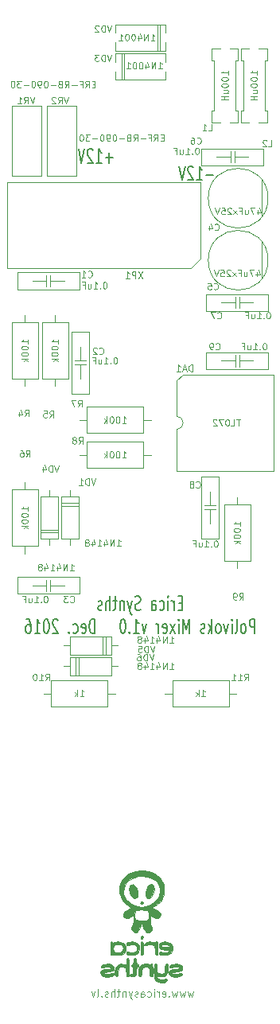
<source format=gbo>
G04 #@! TF.FileFunction,Legend,Bot*
%FSLAX46Y46*%
G04 Gerber Fmt 4.6, Leading zero omitted, Abs format (unit mm)*
G04 Created by KiCad (PCBNEW (2016-08-20 BZR 7083)-product) date Thu Dec  8 21:02:35 2016*
%MOMM*%
%LPD*%
G01*
G04 APERTURE LIST*
%ADD10C,0.100000*%
%ADD11C,0.200000*%
G04 APERTURE END LIST*
D10*
D11*
X22261904Y89592858D02*
X21500000Y89592858D01*
X20500000Y89021429D02*
X21071428Y89021429D01*
X20785714Y89021429D02*
X20785714Y90521429D01*
X20880952Y90307143D01*
X20976190Y90164286D01*
X21071428Y90092858D01*
X20119047Y90378572D02*
X20071428Y90450000D01*
X19976190Y90521429D01*
X19738095Y90521429D01*
X19642857Y90450000D01*
X19595238Y90378572D01*
X19547619Y90235715D01*
X19547619Y90092858D01*
X19595238Y89878572D01*
X20166666Y89021429D01*
X19547619Y89021429D01*
X19261904Y90521429D02*
X18928571Y89021429D01*
X18595238Y90521429D01*
X11561904Y91392858D02*
X10800000Y91392858D01*
X11180952Y90821429D02*
X11180952Y91964286D01*
X9800000Y90821429D02*
X10371428Y90821429D01*
X10085714Y90821429D02*
X10085714Y92321429D01*
X10180952Y92107143D01*
X10276190Y91964286D01*
X10371428Y91892858D01*
X9419047Y92178572D02*
X9371428Y92250000D01*
X9276190Y92321429D01*
X9038095Y92321429D01*
X8942857Y92250000D01*
X8895238Y92178572D01*
X8847619Y92035715D01*
X8847619Y91892858D01*
X8895238Y91678572D01*
X9466666Y90821429D01*
X8847619Y90821429D01*
X8561904Y92321429D02*
X8228571Y90821429D01*
X7895238Y92321429D01*
D10*
X20128571Y2671429D02*
X19976190Y2138096D01*
X19823809Y2519048D01*
X19671428Y2138096D01*
X19519047Y2671429D01*
X19290476Y2671429D02*
X19138095Y2138096D01*
X18985714Y2519048D01*
X18833333Y2138096D01*
X18680952Y2671429D01*
X18452380Y2671429D02*
X18300000Y2138096D01*
X18147619Y2519048D01*
X17995238Y2138096D01*
X17842857Y2671429D01*
X17538095Y2214286D02*
X17500000Y2176191D01*
X17538095Y2138096D01*
X17576190Y2176191D01*
X17538095Y2214286D01*
X17538095Y2138096D01*
X16852380Y2176191D02*
X16928571Y2138096D01*
X17080952Y2138096D01*
X17157142Y2176191D01*
X17195238Y2252381D01*
X17195238Y2557143D01*
X17157142Y2633334D01*
X17080952Y2671429D01*
X16928571Y2671429D01*
X16852380Y2633334D01*
X16814285Y2557143D01*
X16814285Y2480953D01*
X17195238Y2404762D01*
X16471428Y2138096D02*
X16471428Y2671429D01*
X16471428Y2519048D02*
X16433333Y2595239D01*
X16395238Y2633334D01*
X16319047Y2671429D01*
X16242857Y2671429D01*
X15976190Y2138096D02*
X15976190Y2671429D01*
X15976190Y2938096D02*
X16014285Y2900000D01*
X15976190Y2861905D01*
X15938095Y2900000D01*
X15976190Y2938096D01*
X15976190Y2861905D01*
X15252380Y2176191D02*
X15328571Y2138096D01*
X15480952Y2138096D01*
X15557142Y2176191D01*
X15595238Y2214286D01*
X15633333Y2290477D01*
X15633333Y2519048D01*
X15595238Y2595239D01*
X15557142Y2633334D01*
X15480952Y2671429D01*
X15328571Y2671429D01*
X15252380Y2633334D01*
X14566666Y2138096D02*
X14566666Y2557143D01*
X14604761Y2633334D01*
X14680952Y2671429D01*
X14833333Y2671429D01*
X14909523Y2633334D01*
X14566666Y2176191D02*
X14642857Y2138096D01*
X14833333Y2138096D01*
X14909523Y2176191D01*
X14947619Y2252381D01*
X14947619Y2328572D01*
X14909523Y2404762D01*
X14833333Y2442858D01*
X14642857Y2442858D01*
X14566666Y2480953D01*
X14223809Y2176191D02*
X14147619Y2138096D01*
X13995238Y2138096D01*
X13919047Y2176191D01*
X13880952Y2252381D01*
X13880952Y2290477D01*
X13919047Y2366667D01*
X13995238Y2404762D01*
X14109523Y2404762D01*
X14185714Y2442858D01*
X14223809Y2519048D01*
X14223809Y2557143D01*
X14185714Y2633334D01*
X14109523Y2671429D01*
X13995238Y2671429D01*
X13919047Y2633334D01*
X13614285Y2671429D02*
X13423809Y2138096D01*
X13233333Y2671429D02*
X13423809Y2138096D01*
X13500000Y1947620D01*
X13538095Y1909524D01*
X13614285Y1871429D01*
X12928571Y2671429D02*
X12928571Y2138096D01*
X12928571Y2595239D02*
X12890476Y2633334D01*
X12814285Y2671429D01*
X12700000Y2671429D01*
X12623809Y2633334D01*
X12585714Y2557143D01*
X12585714Y2138096D01*
X12319047Y2671429D02*
X12014285Y2671429D01*
X12204761Y2938096D02*
X12204761Y2252381D01*
X12166666Y2176191D01*
X12090476Y2138096D01*
X12014285Y2138096D01*
X11747619Y2138096D02*
X11747619Y2938096D01*
X11404761Y2138096D02*
X11404761Y2557143D01*
X11442857Y2633334D01*
X11519047Y2671429D01*
X11633333Y2671429D01*
X11709523Y2633334D01*
X11747619Y2595239D01*
X11061904Y2176191D02*
X10985714Y2138096D01*
X10833333Y2138096D01*
X10757142Y2176191D01*
X10719047Y2252381D01*
X10719047Y2290477D01*
X10757142Y2366667D01*
X10833333Y2404762D01*
X10947619Y2404762D01*
X11023809Y2442858D01*
X11061904Y2519048D01*
X11061904Y2557143D01*
X11023809Y2633334D01*
X10947619Y2671429D01*
X10833333Y2671429D01*
X10757142Y2633334D01*
X10376190Y2214286D02*
X10338095Y2176191D01*
X10376190Y2138096D01*
X10414285Y2176191D01*
X10376190Y2214286D01*
X10376190Y2138096D01*
X9880952Y2138096D02*
X9957142Y2176191D01*
X9995238Y2252381D01*
X9995238Y2938096D01*
X9652380Y2671429D02*
X9461904Y2138096D01*
X9271428Y2671429D01*
D11*
X18976190Y44032143D02*
X18642857Y44032143D01*
X18500000Y43246429D02*
X18976190Y43246429D01*
X18976190Y44746429D01*
X18500000Y44746429D01*
X18071428Y43246429D02*
X18071428Y44246429D01*
X18071428Y43960715D02*
X18023809Y44103572D01*
X17976190Y44175000D01*
X17880952Y44246429D01*
X17785714Y44246429D01*
X17452380Y43246429D02*
X17452380Y44246429D01*
X17452380Y44746429D02*
X17500000Y44675000D01*
X17452380Y44603572D01*
X17404761Y44675000D01*
X17452380Y44746429D01*
X17452380Y44603572D01*
X16547619Y43317858D02*
X16642857Y43246429D01*
X16833333Y43246429D01*
X16928571Y43317858D01*
X16976190Y43389286D01*
X17023809Y43532143D01*
X17023809Y43960715D01*
X16976190Y44103572D01*
X16928571Y44175000D01*
X16833333Y44246429D01*
X16642857Y44246429D01*
X16547619Y44175000D01*
X15690476Y43246429D02*
X15690476Y44032143D01*
X15738095Y44175000D01*
X15833333Y44246429D01*
X16023809Y44246429D01*
X16119047Y44175000D01*
X15690476Y43317858D02*
X15785714Y43246429D01*
X16023809Y43246429D01*
X16119047Y43317858D01*
X16166666Y43460715D01*
X16166666Y43603572D01*
X16119047Y43746429D01*
X16023809Y43817858D01*
X15785714Y43817858D01*
X15690476Y43889286D01*
X14500000Y43317858D02*
X14357142Y43246429D01*
X14119047Y43246429D01*
X14023809Y43317858D01*
X13976190Y43389286D01*
X13928571Y43532143D01*
X13928571Y43675000D01*
X13976190Y43817858D01*
X14023809Y43889286D01*
X14119047Y43960715D01*
X14309523Y44032143D01*
X14404761Y44103572D01*
X14452380Y44175000D01*
X14500000Y44317858D01*
X14500000Y44460715D01*
X14452380Y44603572D01*
X14404761Y44675000D01*
X14309523Y44746429D01*
X14071428Y44746429D01*
X13928571Y44675000D01*
X13595238Y44246429D02*
X13357142Y43246429D01*
X13119047Y44246429D02*
X13357142Y43246429D01*
X13452380Y42889286D01*
X13500000Y42817858D01*
X13595238Y42746429D01*
X12738095Y44246429D02*
X12738095Y43246429D01*
X12738095Y44103572D02*
X12690476Y44175000D01*
X12595238Y44246429D01*
X12452380Y44246429D01*
X12357142Y44175000D01*
X12309523Y44032143D01*
X12309523Y43246429D01*
X11976190Y44246429D02*
X11595238Y44246429D01*
X11833333Y44746429D02*
X11833333Y43460715D01*
X11785714Y43317858D01*
X11690476Y43246429D01*
X11595238Y43246429D01*
X11261904Y43246429D02*
X11261904Y44746429D01*
X10833333Y43246429D02*
X10833333Y44032143D01*
X10880952Y44175000D01*
X10976190Y44246429D01*
X11119047Y44246429D01*
X11214285Y44175000D01*
X11261904Y44103572D01*
X10404761Y43317858D02*
X10309523Y43246429D01*
X10119047Y43246429D01*
X10023809Y43317858D01*
X9976190Y43460715D01*
X9976190Y43532143D01*
X10023809Y43675000D01*
X10119047Y43746429D01*
X10261904Y43746429D01*
X10357142Y43817858D01*
X10404761Y43960715D01*
X10404761Y44032143D01*
X10357142Y44175000D01*
X10261904Y44246429D01*
X10119047Y44246429D01*
X10023809Y44175000D01*
X26666666Y40796429D02*
X26666666Y42296429D01*
X26285714Y42296429D01*
X26190476Y42225000D01*
X26142857Y42153572D01*
X26095238Y42010715D01*
X26095238Y41796429D01*
X26142857Y41653572D01*
X26190476Y41582143D01*
X26285714Y41510715D01*
X26666666Y41510715D01*
X25523809Y40796429D02*
X25619047Y40867858D01*
X25666666Y40939286D01*
X25714285Y41082143D01*
X25714285Y41510715D01*
X25666666Y41653572D01*
X25619047Y41725000D01*
X25523809Y41796429D01*
X25380952Y41796429D01*
X25285714Y41725000D01*
X25238095Y41653572D01*
X25190476Y41510715D01*
X25190476Y41082143D01*
X25238095Y40939286D01*
X25285714Y40867858D01*
X25380952Y40796429D01*
X25523809Y40796429D01*
X24619047Y40796429D02*
X24714285Y40867858D01*
X24761904Y41010715D01*
X24761904Y42296429D01*
X24238095Y40796429D02*
X24238095Y41796429D01*
X24238095Y42296429D02*
X24285714Y42225000D01*
X24238095Y42153572D01*
X24190476Y42225000D01*
X24238095Y42296429D01*
X24238095Y42153572D01*
X23857142Y41796429D02*
X23619047Y40796429D01*
X23380952Y41796429D01*
X22857142Y40796429D02*
X22952380Y40867858D01*
X23000000Y40939286D01*
X23047619Y41082143D01*
X23047619Y41510715D01*
X23000000Y41653572D01*
X22952380Y41725000D01*
X22857142Y41796429D01*
X22714285Y41796429D01*
X22619047Y41725000D01*
X22571428Y41653572D01*
X22523809Y41510715D01*
X22523809Y41082143D01*
X22571428Y40939286D01*
X22619047Y40867858D01*
X22714285Y40796429D01*
X22857142Y40796429D01*
X22095238Y40796429D02*
X22095238Y42296429D01*
X22000000Y41367858D02*
X21714285Y40796429D01*
X21714285Y41796429D02*
X22095238Y41225000D01*
X21333333Y40867858D02*
X21238095Y40796429D01*
X21047619Y40796429D01*
X20952380Y40867858D01*
X20904761Y41010715D01*
X20904761Y41082143D01*
X20952380Y41225000D01*
X21047619Y41296429D01*
X21190476Y41296429D01*
X21285714Y41367858D01*
X21333333Y41510715D01*
X21333333Y41582143D01*
X21285714Y41725000D01*
X21190476Y41796429D01*
X21047619Y41796429D01*
X20952380Y41725000D01*
X19714285Y40796429D02*
X19714285Y42296429D01*
X19380952Y41225000D01*
X19047619Y42296429D01*
X19047619Y40796429D01*
X18571428Y40796429D02*
X18571428Y41796429D01*
X18571428Y42296429D02*
X18619047Y42225000D01*
X18571428Y42153572D01*
X18523809Y42225000D01*
X18571428Y42296429D01*
X18571428Y42153572D01*
X18190476Y40796429D02*
X17666666Y41796429D01*
X18190476Y41796429D02*
X17666666Y40796429D01*
X16904761Y40867858D02*
X17000000Y40796429D01*
X17190476Y40796429D01*
X17285714Y40867858D01*
X17333333Y41010715D01*
X17333333Y41582143D01*
X17285714Y41725000D01*
X17190476Y41796429D01*
X17000000Y41796429D01*
X16904761Y41725000D01*
X16857142Y41582143D01*
X16857142Y41439286D01*
X17333333Y41296429D01*
X16428571Y40796429D02*
X16428571Y41796429D01*
X16428571Y41510715D02*
X16380952Y41653572D01*
X16333333Y41725000D01*
X16238095Y41796429D01*
X16142857Y41796429D01*
X15142857Y41796429D02*
X14904761Y40796429D01*
X14666666Y41796429D01*
X13761904Y40796429D02*
X14333333Y40796429D01*
X14047619Y40796429D02*
X14047619Y42296429D01*
X14142857Y42082143D01*
X14238095Y41939286D01*
X14333333Y41867858D01*
X13333333Y40939286D02*
X13285714Y40867858D01*
X13333333Y40796429D01*
X13380952Y40867858D01*
X13333333Y40939286D01*
X13333333Y40796429D01*
X12666666Y42296429D02*
X12571428Y42296429D01*
X12476190Y42225000D01*
X12428571Y42153572D01*
X12380952Y42010715D01*
X12333333Y41725000D01*
X12333333Y41367858D01*
X12380952Y41082143D01*
X12428571Y40939286D01*
X12476190Y40867858D01*
X12571428Y40796429D01*
X12666666Y40796429D01*
X12761904Y40867858D01*
X12809523Y40939286D01*
X12857142Y41082143D01*
X12904761Y41367858D01*
X12904761Y41725000D01*
X12857142Y42010715D01*
X12809523Y42153572D01*
X12761904Y42225000D01*
X12666666Y42296429D01*
X9619047Y40796429D02*
X9619047Y42296429D01*
X9380952Y42296429D01*
X9238095Y42225000D01*
X9142857Y42082143D01*
X9095238Y41939286D01*
X9047619Y41653572D01*
X9047619Y41439286D01*
X9095238Y41153572D01*
X9142857Y41010715D01*
X9238095Y40867858D01*
X9380952Y40796429D01*
X9619047Y40796429D01*
X8238095Y40867858D02*
X8333333Y40796429D01*
X8523809Y40796429D01*
X8619047Y40867858D01*
X8666666Y41010715D01*
X8666666Y41582143D01*
X8619047Y41725000D01*
X8523809Y41796429D01*
X8333333Y41796429D01*
X8238095Y41725000D01*
X8190476Y41582143D01*
X8190476Y41439286D01*
X8666666Y41296429D01*
X7333333Y40867858D02*
X7428571Y40796429D01*
X7619047Y40796429D01*
X7714285Y40867858D01*
X7761904Y40939286D01*
X7809523Y41082143D01*
X7809523Y41510715D01*
X7761904Y41653572D01*
X7714285Y41725000D01*
X7619047Y41796429D01*
X7428571Y41796429D01*
X7333333Y41725000D01*
X6904761Y40939286D02*
X6857142Y40867858D01*
X6904761Y40796429D01*
X6952380Y40867858D01*
X6904761Y40939286D01*
X6904761Y40796429D01*
X5714285Y42153572D02*
X5666666Y42225000D01*
X5571428Y42296429D01*
X5333333Y42296429D01*
X5238095Y42225000D01*
X5190476Y42153572D01*
X5142857Y42010715D01*
X5142857Y41867858D01*
X5190476Y41653572D01*
X5761904Y40796429D01*
X5142857Y40796429D01*
X4523809Y42296429D02*
X4428571Y42296429D01*
X4333333Y42225000D01*
X4285714Y42153572D01*
X4238095Y42010715D01*
X4190476Y41725000D01*
X4190476Y41367858D01*
X4238095Y41082143D01*
X4285714Y40939286D01*
X4333333Y40867858D01*
X4428571Y40796429D01*
X4523809Y40796429D01*
X4619047Y40867858D01*
X4666666Y40939286D01*
X4714285Y41082143D01*
X4761904Y41367858D01*
X4761904Y41725000D01*
X4714285Y42010715D01*
X4666666Y42153572D01*
X4619047Y42225000D01*
X4523809Y42296429D01*
X3238095Y40796429D02*
X3809523Y40796429D01*
X3523809Y40796429D02*
X3523809Y42296429D01*
X3619047Y42082143D01*
X3714285Y41939286D01*
X3809523Y41867858D01*
X2380952Y42296429D02*
X2571428Y42296429D01*
X2666666Y42225000D01*
X2714285Y42153572D01*
X2809523Y41939286D01*
X2857142Y41653572D01*
X2857142Y41082143D01*
X2809523Y40939286D01*
X2761904Y40867858D01*
X2666666Y40796429D01*
X2476190Y40796429D01*
X2380952Y40867858D01*
X2333333Y40939286D01*
X2285714Y41082143D01*
X2285714Y41439286D01*
X2333333Y41582143D01*
X2380952Y41653572D01*
X2476190Y41725000D01*
X2666666Y41725000D01*
X2761904Y41653572D01*
X2809523Y41582143D01*
X2857142Y41439286D01*
D10*
X17167000Y104708000D02*
X17167000Y105597000D01*
X17167000Y102803000D02*
X17167000Y103692000D01*
X11833000Y104708000D02*
X11833000Y105597000D01*
X11833000Y102803000D02*
X11833000Y103692000D01*
X16278000Y102803000D02*
X16278000Y105597000D01*
X16532000Y102803000D02*
X16532000Y105597000D01*
X11833000Y102803000D02*
X17167000Y102803000D01*
X17167000Y105597000D02*
X11833000Y105597000D01*
X11833000Y100592000D02*
X11833000Y99703000D01*
X11833000Y102497000D02*
X11833000Y101608000D01*
X17167000Y100592000D02*
X17167000Y99703000D01*
X17167000Y102497000D02*
X17167000Y101608000D01*
X12722000Y102497000D02*
X12722000Y99703000D01*
X12468000Y102497000D02*
X12468000Y99703000D01*
X17167000Y102497000D02*
X11833000Y102497000D01*
X11833000Y99703000D02*
X17167000Y99703000D01*
X3987500Y96946500D02*
X3987500Y89453500D01*
X3987500Y89453500D02*
X812500Y89453500D01*
X812500Y89453500D02*
X812500Y96946500D01*
X812500Y96946500D02*
X3987500Y96946500D01*
X4900000Y78300000D02*
X6400000Y78300000D01*
X4500000Y78300000D02*
X3000000Y78300000D01*
X4500000Y78900000D02*
X4500000Y77700000D01*
X4900000Y78900000D02*
X4900000Y77700000D01*
X8000000Y79200000D02*
X1400000Y79200000D01*
X1400000Y79200000D02*
X1400000Y77400000D01*
X1400000Y77400000D02*
X8000000Y77400000D01*
X8000000Y77400000D02*
X8000000Y79200000D01*
X8100000Y69400000D02*
X8100000Y67900000D01*
X8100000Y69800000D02*
X8100000Y71300000D01*
X8700000Y69800000D02*
X7500000Y69800000D01*
X8700000Y69400000D02*
X7500000Y69400000D01*
X9000000Y66300000D02*
X9000000Y72900000D01*
X9000000Y72900000D02*
X7200000Y72900000D01*
X7200000Y72900000D02*
X7200000Y66300000D01*
X7200000Y66300000D02*
X9000000Y66300000D01*
X4900000Y45900000D02*
X6400000Y45900000D01*
X4500000Y45900000D02*
X3000000Y45900000D01*
X4500000Y46500000D02*
X4500000Y45300000D01*
X4900000Y46500000D02*
X4900000Y45300000D01*
X8000000Y46800000D02*
X1400000Y46800000D01*
X1400000Y46800000D02*
X1400000Y45000000D01*
X1400000Y45000000D02*
X8000000Y45000000D01*
X8000000Y45000000D02*
X8000000Y46800000D01*
X27376500Y85131500D02*
X27376500Y89068500D01*
X28080710Y87100000D02*
G75*
G03X28080710Y87100000I-3180710J0D01*
G01*
X27376500Y78531500D02*
X27376500Y82468500D01*
X28080710Y80500000D02*
G75*
G03X28080710Y80500000I-3180710J0D01*
G01*
X24100000Y91500000D02*
X22600000Y91500000D01*
X24500000Y91500000D02*
X26000000Y91500000D01*
X24500000Y90900000D02*
X24500000Y92100000D01*
X24100000Y90900000D02*
X24100000Y92100000D01*
X21000000Y90600000D02*
X27600000Y90600000D01*
X27600000Y90600000D02*
X27600000Y92400000D01*
X27600000Y92400000D02*
X21000000Y92400000D01*
X21000000Y92400000D02*
X21000000Y90600000D01*
X24600000Y76000000D02*
X23100000Y76000000D01*
X25000000Y76000000D02*
X26500000Y76000000D01*
X25000000Y75400000D02*
X25000000Y76600000D01*
X24600000Y75400000D02*
X24600000Y76600000D01*
X21500000Y75100000D02*
X28100000Y75100000D01*
X28100000Y75100000D02*
X28100000Y76900000D01*
X28100000Y76900000D02*
X21500000Y76900000D01*
X21500000Y76900000D02*
X21500000Y75100000D01*
X21900000Y54400000D02*
X21900000Y55900000D01*
X21900000Y54000000D02*
X21900000Y52500000D01*
X21300000Y54000000D02*
X22500000Y54000000D01*
X21300000Y54400000D02*
X22500000Y54400000D01*
X21000000Y57500000D02*
X21000000Y50900000D01*
X21000000Y50900000D02*
X22800000Y50900000D01*
X22800000Y50900000D02*
X22800000Y57500000D01*
X22800000Y57500000D02*
X21000000Y57500000D01*
X24600000Y69800000D02*
X23100000Y69800000D01*
X25000000Y69800000D02*
X26500000Y69800000D01*
X25000000Y69200000D02*
X25000000Y70400000D01*
X24600000Y69200000D02*
X24600000Y70400000D01*
X21500000Y68900000D02*
X28100000Y68900000D01*
X28100000Y68900000D02*
X28100000Y70700000D01*
X28100000Y70700000D02*
X21500000Y70700000D01*
X21500000Y70700000D02*
X21500000Y68900000D01*
X2200000Y67900000D02*
X2200000Y67100000D01*
X2200000Y73900000D02*
X2200000Y74700000D01*
X800000Y67900000D02*
X3600000Y67900000D01*
X3600000Y67900000D02*
X3600000Y73900000D01*
X3600000Y73900000D02*
X800000Y73900000D01*
X800000Y73900000D02*
X800000Y67900000D01*
X5400000Y67900000D02*
X5400000Y67100000D01*
X5400000Y73900000D02*
X5400000Y74700000D01*
X4000000Y67900000D02*
X6800000Y67900000D01*
X6800000Y67900000D02*
X6800000Y73900000D01*
X6800000Y73900000D02*
X4000000Y73900000D01*
X4000000Y73900000D02*
X4000000Y67900000D01*
X2200000Y56100000D02*
X2200000Y56900000D01*
X2200000Y50100000D02*
X2200000Y49300000D01*
X3600000Y56100000D02*
X800000Y56100000D01*
X800000Y56100000D02*
X800000Y50100000D01*
X800000Y50100000D02*
X3600000Y50100000D01*
X3600000Y50100000D02*
X3600000Y56100000D01*
X8800000Y63500000D02*
X8000000Y63500000D01*
X14800000Y63500000D02*
X15600000Y63500000D01*
X8800000Y64900000D02*
X8800000Y62100000D01*
X8800000Y62100000D02*
X14800000Y62100000D01*
X14800000Y62100000D02*
X14800000Y64900000D01*
X14800000Y64900000D02*
X8800000Y64900000D01*
X14800000Y59800000D02*
X15600000Y59800000D01*
X8800000Y59800000D02*
X8000000Y59800000D01*
X14800000Y58400000D02*
X14800000Y61200000D01*
X14800000Y61200000D02*
X8800000Y61200000D01*
X8800000Y61200000D02*
X8800000Y58400000D01*
X8800000Y58400000D02*
X14800000Y58400000D01*
X24800000Y48500000D02*
X24800000Y47700000D01*
X24800000Y54500000D02*
X24800000Y55300000D01*
X23400000Y48500000D02*
X26200000Y48500000D01*
X26200000Y48500000D02*
X26200000Y54500000D01*
X26200000Y54500000D02*
X23400000Y54500000D01*
X23400000Y54500000D02*
X23400000Y48500000D01*
X5000000Y34400000D02*
X4200000Y34400000D01*
X11000000Y34400000D02*
X11800000Y34400000D01*
X5000000Y35800000D02*
X5000000Y33000000D01*
X5000000Y33000000D02*
X11000000Y33000000D01*
X11000000Y33000000D02*
X11000000Y35800000D01*
X11000000Y35800000D02*
X5000000Y35800000D01*
X23900000Y34400000D02*
X24700000Y34400000D01*
X17900000Y34400000D02*
X17100000Y34400000D01*
X23900000Y33000000D02*
X23900000Y35800000D01*
X23900000Y35800000D02*
X17900000Y35800000D01*
X17900000Y35800000D02*
X17900000Y33000000D01*
X17900000Y33000000D02*
X23900000Y33000000D01*
X7952500Y54370000D02*
X6047500Y54370000D01*
X7952500Y54687500D02*
X6047500Y54687500D01*
X7000000Y50877500D02*
X7000000Y50200000D01*
X7000000Y55322500D02*
X7000000Y56000000D01*
X7952500Y50877500D02*
X7952500Y55322500D01*
X7952500Y55322500D02*
X6047500Y55322500D01*
X6047500Y55322500D02*
X6047500Y50877500D01*
X6047500Y50877500D02*
X7952500Y50877500D01*
X3847500Y51830000D02*
X5752500Y51830000D01*
X3847500Y51512500D02*
X5752500Y51512500D01*
X4800000Y55322500D02*
X4800000Y56000000D01*
X4800000Y50877500D02*
X4800000Y50200000D01*
X3847500Y55322500D02*
X3847500Y50877500D01*
X3847500Y50877500D02*
X5752500Y50877500D01*
X5752500Y50877500D02*
X5752500Y55322500D01*
X5752500Y55322500D02*
X3847500Y55322500D01*
X10470000Y38547500D02*
X10470000Y40452500D01*
X10787500Y38547500D02*
X10787500Y40452500D01*
X6977500Y39500000D02*
X6300000Y39500000D01*
X11422500Y39500000D02*
X12100000Y39500000D01*
X6977500Y38547500D02*
X11422500Y38547500D01*
X11422500Y38547500D02*
X11422500Y40452500D01*
X11422500Y40452500D02*
X6977500Y40452500D01*
X6977500Y40452500D02*
X6977500Y38547500D01*
X7930000Y38252500D02*
X7930000Y36347500D01*
X7612500Y38252500D02*
X7612500Y36347500D01*
X11422500Y37300000D02*
X12100000Y37300000D01*
X6977500Y37300000D02*
X6300000Y37300000D01*
X11422500Y38252500D02*
X6977500Y38252500D01*
X6977500Y38252500D02*
X6977500Y36347500D01*
X6977500Y36347500D02*
X11422500Y36347500D01*
X11422500Y36347500D02*
X11422500Y38252500D01*
X7687500Y96946500D02*
X7687500Y89453500D01*
X7687500Y89453500D02*
X4512500Y89453500D01*
X4512500Y89453500D02*
X4512500Y96946500D01*
X4512500Y96946500D02*
X7687500Y96946500D01*
X19871000Y79628000D02*
X20887000Y80644000D01*
X313000Y79628000D02*
X19871000Y79628000D01*
X20887000Y88772000D02*
X20887000Y80644000D01*
X313000Y88772000D02*
X313000Y79628000D01*
X20887000Y88772000D02*
X313000Y88772000D01*
X18356500Y67708500D02*
X18991500Y68343500D01*
X18991500Y68343500D02*
X28643500Y68343500D01*
X18356500Y63898500D02*
X18356500Y67708500D01*
X18356500Y62501500D02*
X18356500Y58056500D01*
X19055000Y63200000D02*
G75*
G02X18356500Y62501500I-698500J0D01*
G01*
X18356500Y63898500D02*
G75*
G02X19055000Y63200000I0J-698500D01*
G01*
X28643500Y58056500D02*
X28643500Y68343500D01*
X28643500Y58056500D02*
X18356500Y58056500D01*
X24897000Y103037000D02*
X24897000Y101767000D01*
X24897000Y101767000D02*
X24643000Y101767000D01*
X24643000Y101767000D02*
X24643000Y96433000D01*
X24643000Y96433000D02*
X24897000Y96433000D01*
X24897000Y96433000D02*
X24897000Y95163000D01*
X24897000Y95163000D02*
X24008000Y95163000D01*
X24008000Y103037000D02*
X24897000Y103037000D01*
X22103000Y103037000D02*
X22992000Y103037000D01*
X22103000Y103037000D02*
X22103000Y101767000D01*
X22103000Y101767000D02*
X22357000Y101767000D01*
X22357000Y101767000D02*
X22357000Y96433000D01*
X22357000Y96433000D02*
X22103000Y96433000D01*
X22103000Y96433000D02*
X22103000Y95163000D01*
X22103000Y95163000D02*
X22992000Y95163000D01*
X27997000Y103037000D02*
X27997000Y101767000D01*
X27997000Y101767000D02*
X27743000Y101767000D01*
X27743000Y101767000D02*
X27743000Y96433000D01*
X27743000Y96433000D02*
X27997000Y96433000D01*
X27997000Y96433000D02*
X27997000Y95163000D01*
X27997000Y95163000D02*
X27108000Y95163000D01*
X27108000Y103037000D02*
X27997000Y103037000D01*
X25203000Y103037000D02*
X26092000Y103037000D01*
X25203000Y103037000D02*
X25203000Y101767000D01*
X25203000Y101767000D02*
X25457000Y101767000D01*
X25457000Y101767000D02*
X25457000Y96433000D01*
X25457000Y96433000D02*
X25203000Y96433000D01*
X25203000Y96433000D02*
X25203000Y95163000D01*
X25203000Y95163000D02*
X26092000Y95163000D01*
G36*
X15932782Y4973353D02*
X15934600Y4803799D01*
X15943211Y4500886D01*
X15958139Y4280944D01*
X15981599Y4125429D01*
X16015808Y4015795D01*
X16032933Y3980751D01*
X16174904Y3819142D01*
X16383932Y3702781D01*
X16632090Y3640846D01*
X16891451Y3642517D01*
X16996094Y3664144D01*
X17172284Y3737983D01*
X17286256Y3837637D01*
X17321279Y3946498D01*
X17313590Y3979254D01*
X17267970Y4043717D01*
X17186493Y4056413D01*
X17048178Y4017482D01*
X16958147Y3981633D01*
X16797118Y3931146D01*
X16653616Y3936654D01*
X16576969Y3956466D01*
X16407877Y4025683D01*
X16308097Y4124488D01*
X16254312Y4251671D01*
X16238476Y4325415D01*
X16271282Y4341343D01*
X16375603Y4310023D01*
X16378453Y4309030D01*
X16590241Y4270459D01*
X16821540Y4282511D01*
X17032546Y4339427D01*
X17171723Y4423803D01*
X17282417Y4539707D01*
X17352569Y4655741D01*
X17394327Y4803226D01*
X17419837Y5013484D01*
X17424878Y5076596D01*
X17428625Y5347405D01*
X17393144Y5531332D01*
X17319300Y5625303D01*
X17267000Y5637600D01*
X17178116Y5592567D01*
X17120088Y5455903D01*
X17092155Y5225264D01*
X17089200Y5090014D01*
X17082733Y4884762D01*
X17059621Y4754443D01*
X17014300Y4672992D01*
X16996300Y4654874D01*
X16859085Y4589000D01*
X16677161Y4572327D01*
X16494219Y4603978D01*
X16371531Y4667424D01*
X16310566Y4728921D01*
X16272227Y4809807D01*
X16249543Y4935897D01*
X16235542Y5133011D01*
X16233355Y5179148D01*
X16218168Y5401418D01*
X16194684Y5539166D01*
X16159210Y5609364D01*
X16136506Y5624178D01*
X16056496Y5632381D01*
X15998366Y5580530D01*
X15959868Y5459494D01*
X15938756Y5260145D01*
X15932782Y4973353D01*
X15932782Y4973353D01*
X15932782Y4973353D01*
G37*
X15932782Y4973353D02*
X15934600Y4803799D01*
X15943211Y4500886D01*
X15958139Y4280944D01*
X15981599Y4125429D01*
X16015808Y4015795D01*
X16032933Y3980751D01*
X16174904Y3819142D01*
X16383932Y3702781D01*
X16632090Y3640846D01*
X16891451Y3642517D01*
X16996094Y3664144D01*
X17172284Y3737983D01*
X17286256Y3837637D01*
X17321279Y3946498D01*
X17313590Y3979254D01*
X17267970Y4043717D01*
X17186493Y4056413D01*
X17048178Y4017482D01*
X16958147Y3981633D01*
X16797118Y3931146D01*
X16653616Y3936654D01*
X16576969Y3956466D01*
X16407877Y4025683D01*
X16308097Y4124488D01*
X16254312Y4251671D01*
X16238476Y4325415D01*
X16271282Y4341343D01*
X16375603Y4310023D01*
X16378453Y4309030D01*
X16590241Y4270459D01*
X16821540Y4282511D01*
X17032546Y4339427D01*
X17171723Y4423803D01*
X17282417Y4539707D01*
X17352569Y4655741D01*
X17394327Y4803226D01*
X17419837Y5013484D01*
X17424878Y5076596D01*
X17428625Y5347405D01*
X17393144Y5531332D01*
X17319300Y5625303D01*
X17267000Y5637600D01*
X17178116Y5592567D01*
X17120088Y5455903D01*
X17092155Y5225264D01*
X17089200Y5090014D01*
X17082733Y4884762D01*
X17059621Y4754443D01*
X17014300Y4672992D01*
X16996300Y4654874D01*
X16859085Y4589000D01*
X16677161Y4572327D01*
X16494219Y4603978D01*
X16371531Y4667424D01*
X16310566Y4728921D01*
X16272227Y4809807D01*
X16249543Y4935897D01*
X16235542Y5133011D01*
X16233355Y5179148D01*
X16218168Y5401418D01*
X16194684Y5539166D01*
X16159210Y5609364D01*
X16136506Y5624178D01*
X16056496Y5632381D01*
X15998366Y5580530D01*
X15959868Y5459494D01*
X15938756Y5260145D01*
X15932782Y4973353D01*
X15932782Y4973353D01*
G36*
X17496540Y4721686D02*
X17537640Y4544341D01*
X17658457Y4395084D01*
X17851750Y4292140D01*
X18097172Y4240515D01*
X18374375Y4245211D01*
X18584481Y4286904D01*
X18785880Y4362646D01*
X18905138Y4451306D01*
X18935285Y4545506D01*
X18894974Y4615599D01*
X18812723Y4663248D01*
X18705334Y4638054D01*
X18697897Y4634715D01*
X18518060Y4575597D01*
X18319601Y4545455D01*
X18126919Y4543133D01*
X17964411Y4567474D01*
X17856475Y4617321D01*
X17825800Y4676055D01*
X17852671Y4715732D01*
X17943205Y4744497D01*
X18112285Y4765903D01*
X18243571Y4775790D01*
X18552557Y4815048D01*
X18770889Y4888529D01*
X18904643Y4999364D01*
X18959232Y5144812D01*
X18937602Y5332632D01*
X18828602Y5479863D01*
X18640204Y5581024D01*
X18380380Y5630635D01*
X18246532Y5634733D01*
X18007706Y5614999D01*
X17805942Y5566483D01*
X17654542Y5497112D01*
X17566812Y5414808D01*
X17556054Y5327497D01*
X17613823Y5257856D01*
X17693803Y5217173D01*
X17787186Y5226552D01*
X17878892Y5260832D01*
X18056827Y5311308D01*
X18254357Y5331747D01*
X18438197Y5322516D01*
X18575063Y5283980D01*
X18616414Y5252729D01*
X18649825Y5175900D01*
X18598446Y5122798D01*
X18457349Y5091415D01*
X18221608Y5079741D01*
X18191578Y5079578D01*
X17899052Y5054358D01*
X17681961Y4983240D01*
X17545920Y4870818D01*
X17496540Y4721686D01*
X17496540Y4721686D01*
X17496540Y4721686D01*
G37*
X17496540Y4721686D02*
X17537640Y4544341D01*
X17658457Y4395084D01*
X17851750Y4292140D01*
X18097172Y4240515D01*
X18374375Y4245211D01*
X18584481Y4286904D01*
X18785880Y4362646D01*
X18905138Y4451306D01*
X18935285Y4545506D01*
X18894974Y4615599D01*
X18812723Y4663248D01*
X18705334Y4638054D01*
X18697897Y4634715D01*
X18518060Y4575597D01*
X18319601Y4545455D01*
X18126919Y4543133D01*
X17964411Y4567474D01*
X17856475Y4617321D01*
X17825800Y4676055D01*
X17852671Y4715732D01*
X17943205Y4744497D01*
X18112285Y4765903D01*
X18243571Y4775790D01*
X18552557Y4815048D01*
X18770889Y4888529D01*
X18904643Y4999364D01*
X18959232Y5144812D01*
X18937602Y5332632D01*
X18828602Y5479863D01*
X18640204Y5581024D01*
X18380380Y5630635D01*
X18246532Y5634733D01*
X18007706Y5614999D01*
X17805942Y5566483D01*
X17654542Y5497112D01*
X17566812Y5414808D01*
X17556054Y5327497D01*
X17613823Y5257856D01*
X17693803Y5217173D01*
X17787186Y5226552D01*
X17878892Y5260832D01*
X18056827Y5311308D01*
X18254357Y5331747D01*
X18438197Y5322516D01*
X18575063Y5283980D01*
X18616414Y5252729D01*
X18649825Y5175900D01*
X18598446Y5122798D01*
X18457349Y5091415D01*
X18221608Y5079741D01*
X18191578Y5079578D01*
X17899052Y5054358D01*
X17681961Y4983240D01*
X17545920Y4870818D01*
X17496540Y4721686D01*
X17496540Y4721686D01*
G36*
X10232140Y4721686D02*
X10273240Y4544341D01*
X10394428Y4394735D01*
X10589215Y4291782D01*
X10838263Y4241083D01*
X11122234Y4248237D01*
X11232136Y4266639D01*
X11462480Y4329851D01*
X11599864Y4407461D01*
X11652492Y4504468D01*
X11653600Y4523382D01*
X11626824Y4617222D01*
X11539751Y4652602D01*
X11382266Y4631363D01*
X11258840Y4595192D01*
X11070155Y4553482D01*
X10880537Y4543979D01*
X10715544Y4563795D01*
X10600735Y4610042D01*
X10561400Y4674007D01*
X10586172Y4714561D01*
X10671107Y4743481D01*
X10832131Y4764699D01*
X10972146Y4775384D01*
X11271067Y4810924D01*
X11482354Y4875863D01*
X11617056Y4975442D01*
X11686005Y5114023D01*
X11682646Y5290626D01*
X11592821Y5446693D01*
X11431607Y5558300D01*
X11397886Y5571233D01*
X11189213Y5620100D01*
X10970340Y5633485D01*
X10757494Y5616269D01*
X10566902Y5573335D01*
X10414790Y5509563D01*
X10317386Y5429837D01*
X10290916Y5339037D01*
X10340046Y5252983D01*
X10404980Y5202304D01*
X10474366Y5204372D01*
X10577962Y5252030D01*
X10746968Y5307418D01*
X10949975Y5329884D01*
X11147221Y5319134D01*
X11298943Y5274875D01*
X11326391Y5257566D01*
X11385170Y5184056D01*
X11345476Y5129525D01*
X11208766Y5094623D01*
X10976500Y5080001D01*
X10927178Y5079578D01*
X10634652Y5054358D01*
X10417561Y4983240D01*
X10281520Y4870818D01*
X10232140Y4721686D01*
X10232140Y4721686D01*
X10232140Y4721686D01*
G37*
X10232140Y4721686D02*
X10273240Y4544341D01*
X10394428Y4394735D01*
X10589215Y4291782D01*
X10838263Y4241083D01*
X11122234Y4248237D01*
X11232136Y4266639D01*
X11462480Y4329851D01*
X11599864Y4407461D01*
X11652492Y4504468D01*
X11653600Y4523382D01*
X11626824Y4617222D01*
X11539751Y4652602D01*
X11382266Y4631363D01*
X11258840Y4595192D01*
X11070155Y4553482D01*
X10880537Y4543979D01*
X10715544Y4563795D01*
X10600735Y4610042D01*
X10561400Y4674007D01*
X10586172Y4714561D01*
X10671107Y4743481D01*
X10832131Y4764699D01*
X10972146Y4775384D01*
X11271067Y4810924D01*
X11482354Y4875863D01*
X11617056Y4975442D01*
X11686005Y5114023D01*
X11682646Y5290626D01*
X11592821Y5446693D01*
X11431607Y5558300D01*
X11397886Y5571233D01*
X11189213Y5620100D01*
X10970340Y5633485D01*
X10757494Y5616269D01*
X10566902Y5573335D01*
X10414790Y5509563D01*
X10317386Y5429837D01*
X10290916Y5339037D01*
X10340046Y5252983D01*
X10404980Y5202304D01*
X10474366Y5204372D01*
X10577962Y5252030D01*
X10746968Y5307418D01*
X10949975Y5329884D01*
X11147221Y5319134D01*
X11298943Y5274875D01*
X11326391Y5257566D01*
X11385170Y5184056D01*
X11345476Y5129525D01*
X11208766Y5094623D01*
X10976500Y5080001D01*
X10927178Y5079578D01*
X10634652Y5054358D01*
X10417561Y4983240D01*
X10281520Y4870818D01*
X10232140Y4721686D01*
X10232140Y4721686D01*
G36*
X14296741Y4582829D02*
X14315202Y4400841D01*
X14365652Y4300598D01*
X14450219Y4274102D01*
X14462096Y4275403D01*
X14517757Y4291586D01*
X14553735Y4334773D01*
X14576644Y4425801D01*
X14593101Y4585511D01*
X14602230Y4716794D01*
X14632384Y4983589D01*
X14688907Y5164242D01*
X14782192Y5272947D01*
X14922630Y5323897D01*
X15053249Y5332800D01*
X15239952Y5307450D01*
X15364760Y5223669D01*
X15436223Y5069859D01*
X15462890Y4834426D01*
X15463600Y4776176D01*
X15468740Y4540709D01*
X15488272Y4389331D01*
X15528367Y4304864D01*
X15595193Y4270131D01*
X15646836Y4266000D01*
X15768400Y4266000D01*
X15768400Y4927995D01*
X15766460Y5207121D01*
X15759486Y5400277D01*
X15745746Y5523037D01*
X15723510Y5590976D01*
X15691554Y5619478D01*
X15590461Y5615543D01*
X15542401Y5588959D01*
X15448288Y5555478D01*
X15368587Y5583275D01*
X15198584Y5630462D01*
X14986349Y5631260D01*
X14778449Y5588658D01*
X14666261Y5538236D01*
X14494408Y5401124D01*
X14384204Y5226064D01*
X14323085Y4989069D01*
X14308146Y4854559D01*
X14296741Y4582829D01*
X14296741Y4582829D01*
X14296741Y4582829D01*
G37*
X14296741Y4582829D02*
X14315202Y4400841D01*
X14365652Y4300598D01*
X14450219Y4274102D01*
X14462096Y4275403D01*
X14517757Y4291586D01*
X14553735Y4334773D01*
X14576644Y4425801D01*
X14593101Y4585511D01*
X14602230Y4716794D01*
X14632384Y4983589D01*
X14688907Y5164242D01*
X14782192Y5272947D01*
X14922630Y5323897D01*
X15053249Y5332800D01*
X15239952Y5307450D01*
X15364760Y5223669D01*
X15436223Y5069859D01*
X15462890Y4834426D01*
X15463600Y4776176D01*
X15468740Y4540709D01*
X15488272Y4389331D01*
X15528367Y4304864D01*
X15595193Y4270131D01*
X15646836Y4266000D01*
X15768400Y4266000D01*
X15768400Y4927995D01*
X15766460Y5207121D01*
X15759486Y5400277D01*
X15745746Y5523037D01*
X15723510Y5590976D01*
X15691554Y5619478D01*
X15590461Y5615543D01*
X15542401Y5588959D01*
X15448288Y5555478D01*
X15368587Y5583275D01*
X15198584Y5630462D01*
X14986349Y5631260D01*
X14778449Y5588658D01*
X14666261Y5538236D01*
X14494408Y5401124D01*
X14384204Y5226064D01*
X14323085Y4989069D01*
X14308146Y4854559D01*
X14296741Y4582829D01*
X14296741Y4582829D01*
G36*
X13355988Y4443561D02*
X13359959Y4348639D01*
X13431953Y4287297D01*
X13562098Y4265348D01*
X13715295Y4281853D01*
X13856444Y4335874D01*
X13895873Y4362960D01*
X13956975Y4424791D01*
X13996325Y4507014D01*
X14021014Y4635044D01*
X14038136Y4834296D01*
X14041200Y4883660D01*
X14056865Y5094122D01*
X14076019Y5220868D01*
X14103345Y5281779D01*
X14143529Y5294731D01*
X14148724Y5294030D01*
X14252216Y5319834D01*
X14317582Y5406483D01*
X14317182Y5501191D01*
X14246765Y5572212D01*
X14176605Y5596530D01*
X14113504Y5618513D01*
X14075582Y5678196D01*
X14052509Y5799999D01*
X14041200Y5916554D01*
X14020370Y6093331D01*
X13989496Y6191440D01*
X13939986Y6233802D01*
X13920288Y6239052D01*
X13826146Y6228072D01*
X13768005Y6144823D01*
X13740790Y5978718D01*
X13737178Y5857034D01*
X13731716Y5700704D01*
X13709145Y5618915D01*
X13658396Y5584790D01*
X13622100Y5577634D01*
X13524727Y5529873D01*
X13486499Y5446874D01*
X13511553Y5365559D01*
X13593682Y5324029D01*
X13655190Y5307882D01*
X13690364Y5265873D01*
X13706499Y5174865D01*
X13710884Y5011720D01*
X13711000Y4951800D01*
X13709140Y4765770D01*
X13697902Y4658169D01*
X13668802Y4605831D01*
X13613357Y4585589D01*
X13575018Y4580485D01*
X13430559Y4533158D01*
X13355988Y4443561D01*
X13355988Y4443561D01*
X13355988Y4443561D01*
G37*
X13355988Y4443561D02*
X13359959Y4348639D01*
X13431953Y4287297D01*
X13562098Y4265348D01*
X13715295Y4281853D01*
X13856444Y4335874D01*
X13895873Y4362960D01*
X13956975Y4424791D01*
X13996325Y4507014D01*
X14021014Y4635044D01*
X14038136Y4834296D01*
X14041200Y4883660D01*
X14056865Y5094122D01*
X14076019Y5220868D01*
X14103345Y5281779D01*
X14143529Y5294731D01*
X14148724Y5294030D01*
X14252216Y5319834D01*
X14317582Y5406483D01*
X14317182Y5501191D01*
X14246765Y5572212D01*
X14176605Y5596530D01*
X14113504Y5618513D01*
X14075582Y5678196D01*
X14052509Y5799999D01*
X14041200Y5916554D01*
X14020370Y6093331D01*
X13989496Y6191440D01*
X13939986Y6233802D01*
X13920288Y6239052D01*
X13826146Y6228072D01*
X13768005Y6144823D01*
X13740790Y5978718D01*
X13737178Y5857034D01*
X13731716Y5700704D01*
X13709145Y5618915D01*
X13658396Y5584790D01*
X13622100Y5577634D01*
X13524727Y5529873D01*
X13486499Y5446874D01*
X13511553Y5365559D01*
X13593682Y5324029D01*
X13655190Y5307882D01*
X13690364Y5265873D01*
X13706499Y5174865D01*
X13710884Y5011720D01*
X13711000Y4951800D01*
X13709140Y4765770D01*
X13697902Y4658169D01*
X13668802Y4605831D01*
X13613357Y4585589D01*
X13575018Y4580485D01*
X13430559Y4533158D01*
X13355988Y4443561D01*
X13355988Y4443561D01*
G36*
X11776506Y4563459D02*
X11806134Y4386294D01*
X11870940Y4290098D01*
X11954263Y4266000D01*
X12026666Y4292366D01*
X12074320Y4380015D01*
X12100885Y4541779D01*
X12110024Y4790487D01*
X12110107Y4812100D01*
X12130264Y5055294D01*
X12195531Y5215272D01*
X12314992Y5303815D01*
X12497730Y5332706D01*
X12511573Y5332800D01*
X12694425Y5314480D01*
X12821569Y5249877D01*
X12903819Y5124530D01*
X12951988Y4923976D01*
X12972171Y4716794D01*
X12988120Y4507570D01*
X13006882Y4379180D01*
X13034821Y4310920D01*
X13078301Y4282086D01*
X13107635Y4276015D01*
X13211068Y4297937D01*
X13247335Y4343669D01*
X13258137Y4420870D01*
X13267372Y4580442D01*
X13274363Y4803160D01*
X13278437Y5069798D01*
X13279200Y5251046D01*
X13275747Y5610880D01*
X13263875Y5879356D01*
X13241315Y6066529D01*
X13205798Y6182453D01*
X13155056Y6237185D01*
X13086819Y6240779D01*
X13057947Y6231649D01*
X13010910Y6191153D01*
X12984900Y6100554D01*
X12974983Y5938040D01*
X12974400Y5862360D01*
X12971736Y5683521D01*
X12959925Y5587075D01*
X12933244Y5553874D01*
X12885968Y5564767D01*
X12885500Y5564976D01*
X12686005Y5615911D01*
X12453091Y5620971D01*
X12238402Y5581168D01*
X12165212Y5550858D01*
X11991266Y5435816D01*
X11877439Y5292579D01*
X11811044Y5097421D01*
X11779570Y4829612D01*
X11776506Y4563459D01*
X11776506Y4563459D01*
X11776506Y4563459D01*
G37*
X11776506Y4563459D02*
X11806134Y4386294D01*
X11870940Y4290098D01*
X11954263Y4266000D01*
X12026666Y4292366D01*
X12074320Y4380015D01*
X12100885Y4541779D01*
X12110024Y4790487D01*
X12110107Y4812100D01*
X12130264Y5055294D01*
X12195531Y5215272D01*
X12314992Y5303815D01*
X12497730Y5332706D01*
X12511573Y5332800D01*
X12694425Y5314480D01*
X12821569Y5249877D01*
X12903819Y5124530D01*
X12951988Y4923976D01*
X12972171Y4716794D01*
X12988120Y4507570D01*
X13006882Y4379180D01*
X13034821Y4310920D01*
X13078301Y4282086D01*
X13107635Y4276015D01*
X13211068Y4297937D01*
X13247335Y4343669D01*
X13258137Y4420870D01*
X13267372Y4580442D01*
X13274363Y4803160D01*
X13278437Y5069798D01*
X13279200Y5251046D01*
X13275747Y5610880D01*
X13263875Y5879356D01*
X13241315Y6066529D01*
X13205798Y6182453D01*
X13155056Y6237185D01*
X13086819Y6240779D01*
X13057947Y6231649D01*
X13010910Y6191153D01*
X12984900Y6100554D01*
X12974983Y5938040D01*
X12974400Y5862360D01*
X12971736Y5683521D01*
X12959925Y5587075D01*
X12933244Y5553874D01*
X12885968Y5564767D01*
X12885500Y5564976D01*
X12686005Y5615911D01*
X12453091Y5620971D01*
X12238402Y5581168D01*
X12165212Y5550858D01*
X11991266Y5435816D01*
X11877439Y5292579D01*
X11811044Y5097421D01*
X11779570Y4829612D01*
X11776506Y4563459D01*
X11776506Y4563459D01*
G36*
X16450361Y7620121D02*
X16453241Y7470767D01*
X16514353Y7322795D01*
X16630528Y7220890D01*
X16751723Y7179969D01*
X16751723Y7492447D01*
X16754502Y7593005D01*
X16833214Y7668017D01*
X16964496Y7713455D01*
X17124986Y7725292D01*
X17291322Y7699501D01*
X17440140Y7632056D01*
X17463350Y7615113D01*
X17554771Y7530422D01*
X17596884Y7466207D01*
X17597200Y7462713D01*
X17550415Y7440874D01*
X17426050Y7424411D01*
X17248092Y7416093D01*
X17189206Y7415600D01*
X16973104Y7420074D01*
X16839711Y7435672D01*
X16770442Y7465659D01*
X16751723Y7492447D01*
X16751723Y7179969D01*
X16815135Y7158558D01*
X17081541Y7129303D01*
X17161883Y7126411D01*
X17397625Y7113083D01*
X17536650Y7085862D01*
X17583201Y7042248D01*
X17541521Y6979742D01*
X17483399Y6936977D01*
X17241266Y6834621D01*
X16979578Y6831933D01*
X16810056Y6879403D01*
X16634043Y6932506D01*
X16529442Y6925031D01*
X16484007Y6854051D01*
X16479600Y6800410D01*
X16525865Y6705726D01*
X16649198Y6631024D01*
X16826408Y6579836D01*
X17034304Y6555696D01*
X17249696Y6562134D01*
X17449391Y6602684D01*
X17540229Y6638864D01*
X17726381Y6781435D01*
X17846118Y6977481D01*
X17899182Y7203569D01*
X17885318Y7436267D01*
X17804268Y7652141D01*
X17655776Y7827759D01*
X17553980Y7894281D01*
X17316427Y7980675D01*
X17077291Y8005372D01*
X16853844Y7975020D01*
X16663359Y7896264D01*
X16523107Y7775749D01*
X16450361Y7620121D01*
X16450361Y7620121D01*
X16450361Y7620121D01*
G37*
X16450361Y7620121D02*
X16453241Y7470767D01*
X16514353Y7322795D01*
X16630528Y7220890D01*
X16751723Y7179969D01*
X16751723Y7492447D01*
X16754502Y7593005D01*
X16833214Y7668017D01*
X16964496Y7713455D01*
X17124986Y7725292D01*
X17291322Y7699501D01*
X17440140Y7632056D01*
X17463350Y7615113D01*
X17554771Y7530422D01*
X17596884Y7466207D01*
X17597200Y7462713D01*
X17550415Y7440874D01*
X17426050Y7424411D01*
X17248092Y7416093D01*
X17189206Y7415600D01*
X16973104Y7420074D01*
X16839711Y7435672D01*
X16770442Y7465659D01*
X16751723Y7492447D01*
X16751723Y7179969D01*
X16815135Y7158558D01*
X17081541Y7129303D01*
X17161883Y7126411D01*
X17397625Y7113083D01*
X17536650Y7085862D01*
X17583201Y7042248D01*
X17541521Y6979742D01*
X17483399Y6936977D01*
X17241266Y6834621D01*
X16979578Y6831933D01*
X16810056Y6879403D01*
X16634043Y6932506D01*
X16529442Y6925031D01*
X16484007Y6854051D01*
X16479600Y6800410D01*
X16525865Y6705726D01*
X16649198Y6631024D01*
X16826408Y6579836D01*
X17034304Y6555696D01*
X17249696Y6562134D01*
X17449391Y6602684D01*
X17540229Y6638864D01*
X17726381Y6781435D01*
X17846118Y6977481D01*
X17899182Y7203569D01*
X17885318Y7436267D01*
X17804268Y7652141D01*
X17655776Y7827759D01*
X17553980Y7894281D01*
X17316427Y7980675D01*
X17077291Y8005372D01*
X16853844Y7975020D01*
X16663359Y7896264D01*
X16523107Y7775749D01*
X16450361Y7620121D01*
X16450361Y7620121D01*
G36*
X14864635Y7734090D02*
X14880991Y7674541D01*
X14914581Y7638049D01*
X14978579Y7589333D01*
X15049275Y7593125D01*
X15149962Y7639630D01*
X15341789Y7701601D01*
X15551050Y7711565D01*
X15748787Y7674693D01*
X15906038Y7596154D01*
X15990844Y7489525D01*
X16007835Y7396590D01*
X16019566Y7239898D01*
X16023094Y7093946D01*
X16028366Y6906253D01*
X16041282Y6745216D01*
X16054419Y6666300D01*
X16118066Y6577337D01*
X16217171Y6550528D01*
X16293334Y6585867D01*
X16305897Y6646633D01*
X16316351Y6789016D01*
X16323737Y6993040D01*
X16327096Y7238728D01*
X16327200Y7291632D01*
X16325768Y7568090D01*
X16320104Y7759488D01*
X16308158Y7882342D01*
X16287881Y7953167D01*
X16257223Y7988481D01*
X16239641Y7997130D01*
X16136573Y7989033D01*
X16091404Y7947750D01*
X16014081Y7892734D01*
X15937664Y7913686D01*
X15725458Y7984266D01*
X15482195Y8003054D01*
X15240997Y7973345D01*
X15034984Y7898434D01*
X14921714Y7812623D01*
X14864635Y7734090D01*
X14864635Y7734090D01*
X14864635Y7734090D01*
G37*
X14864635Y7734090D02*
X14880991Y7674541D01*
X14914581Y7638049D01*
X14978579Y7589333D01*
X15049275Y7593125D01*
X15149962Y7639630D01*
X15341789Y7701601D01*
X15551050Y7711565D01*
X15748787Y7674693D01*
X15906038Y7596154D01*
X15990844Y7489525D01*
X16007835Y7396590D01*
X16019566Y7239898D01*
X16023094Y7093946D01*
X16028366Y6906253D01*
X16041282Y6745216D01*
X16054419Y6666300D01*
X16118066Y6577337D01*
X16217171Y6550528D01*
X16293334Y6585867D01*
X16305897Y6646633D01*
X16316351Y6789016D01*
X16323737Y6993040D01*
X16327096Y7238728D01*
X16327200Y7291632D01*
X16325768Y7568090D01*
X16320104Y7759488D01*
X16308158Y7882342D01*
X16287881Y7953167D01*
X16257223Y7988481D01*
X16239641Y7997130D01*
X16136573Y7989033D01*
X16091404Y7947750D01*
X16014081Y7892734D01*
X15937664Y7913686D01*
X15725458Y7984266D01*
X15482195Y8003054D01*
X15240997Y7973345D01*
X15034984Y7898434D01*
X14921714Y7812623D01*
X14864635Y7734090D01*
X14864635Y7734090D01*
G36*
X14505181Y7689917D02*
X14506150Y7469225D01*
X14509706Y7269930D01*
X14516145Y6992636D01*
X14524076Y6800726D01*
X14536286Y6677992D01*
X14555565Y6608228D01*
X14584699Y6575225D01*
X14626478Y6562776D01*
X14631479Y6562035D01*
X14727471Y6582538D01*
X14770485Y6663635D01*
X14783672Y6762255D01*
X14794265Y6935003D01*
X14800919Y7154418D01*
X14802507Y7316991D01*
X14795618Y7618682D01*
X14772187Y7828400D01*
X14729427Y7954834D01*
X14664550Y8006677D01*
X14584566Y7996595D01*
X14548849Y7973509D01*
X14524840Y7925644D01*
X14510848Y7836584D01*
X14505181Y7689917D01*
X14505181Y7689917D01*
X14505181Y7689917D01*
G37*
X14505181Y7689917D02*
X14506150Y7469225D01*
X14509706Y7269930D01*
X14516145Y6992636D01*
X14524076Y6800726D01*
X14536286Y6677992D01*
X14555565Y6608228D01*
X14584699Y6575225D01*
X14626478Y6562776D01*
X14631479Y6562035D01*
X14727471Y6582538D01*
X14770485Y6663635D01*
X14783672Y6762255D01*
X14794265Y6935003D01*
X14800919Y7154418D01*
X14802507Y7316991D01*
X14795618Y7618682D01*
X14772187Y7828400D01*
X14729427Y7954834D01*
X14664550Y8006677D01*
X14584566Y7996595D01*
X14548849Y7973509D01*
X14524840Y7925644D01*
X14510848Y7836584D01*
X14505181Y7689917D01*
X14505181Y7689917D01*
G36*
X12974400Y6800410D02*
X13020534Y6705315D01*
X13142933Y6630166D01*
X13317595Y6578512D01*
X13520518Y6553897D01*
X13727699Y6559870D01*
X13915137Y6599978D01*
X14015800Y6646517D01*
X14209924Y6792469D01*
X14323569Y6953491D01*
X14376555Y7160870D01*
X14382814Y7225888D01*
X14361757Y7501065D01*
X14257893Y7720844D01*
X14076896Y7879760D01*
X13824442Y7972349D01*
X13584000Y7995008D01*
X13344334Y7974044D01*
X13150527Y7915801D01*
X13022699Y7828391D01*
X12982958Y7752718D01*
X12990105Y7638118D01*
X13064159Y7595897D01*
X13197547Y7629327D01*
X13230976Y7645532D01*
X13410858Y7699999D01*
X13622371Y7709569D01*
X13824727Y7676939D01*
X13977139Y7604799D01*
X13988036Y7595541D01*
X14100187Y7435789D01*
X14127170Y7256685D01*
X14075667Y7082314D01*
X13952356Y6936762D01*
X13780975Y6848933D01*
X13634047Y6815590D01*
X13504587Y6821186D01*
X13340575Y6868659D01*
X13323137Y6874804D01*
X13141095Y6928234D01*
X13032368Y6927636D01*
X12982350Y6869895D01*
X12974400Y6800410D01*
X12974400Y6800410D01*
X12974400Y6800410D01*
G37*
X12974400Y6800410D02*
X13020534Y6705315D01*
X13142933Y6630166D01*
X13317595Y6578512D01*
X13520518Y6553897D01*
X13727699Y6559870D01*
X13915137Y6599978D01*
X14015800Y6646517D01*
X14209924Y6792469D01*
X14323569Y6953491D01*
X14376555Y7160870D01*
X14382814Y7225888D01*
X14361757Y7501065D01*
X14257893Y7720844D01*
X14076896Y7879760D01*
X13824442Y7972349D01*
X13584000Y7995008D01*
X13344334Y7974044D01*
X13150527Y7915801D01*
X13022699Y7828391D01*
X12982958Y7752718D01*
X12990105Y7638118D01*
X13064159Y7595897D01*
X13197547Y7629327D01*
X13230976Y7645532D01*
X13410858Y7699999D01*
X13622371Y7709569D01*
X13824727Y7676939D01*
X13977139Y7604799D01*
X13988036Y7595541D01*
X14100187Y7435789D01*
X14127170Y7256685D01*
X14075667Y7082314D01*
X13952356Y6936762D01*
X13780975Y6848933D01*
X13634047Y6815590D01*
X13504587Y6821186D01*
X13340575Y6868659D01*
X13323137Y6874804D01*
X13141095Y6928234D01*
X13032368Y6927636D01*
X12982350Y6869895D01*
X12974400Y6800410D01*
X12974400Y6800410D01*
G36*
X11290176Y7370202D02*
X11291600Y7135073D01*
X11301780Y6914329D01*
X11320682Y6731090D01*
X11348271Y6608474D01*
X11374847Y6570123D01*
X11474647Y6574666D01*
X11528752Y6604586D01*
X11579337Y6626790D01*
X11579337Y7326940D01*
X11636488Y7497334D01*
X11766610Y7632094D01*
X11806000Y7654665D01*
X12013718Y7717857D01*
X12225321Y7713185D01*
X12418164Y7650071D01*
X12569603Y7537935D01*
X12656989Y7386198D01*
X12669600Y7295388D01*
X12626677Y7087032D01*
X12508853Y6931435D01*
X12332554Y6836828D01*
X12114200Y6811442D01*
X11870216Y6863507D01*
X11835331Y6877284D01*
X11679798Y6989381D01*
X11594121Y7148444D01*
X11579337Y7326940D01*
X11579337Y6626790D01*
X11615589Y6642701D01*
X11730727Y6611615D01*
X11733695Y6610269D01*
X11884602Y6572197D01*
X12089592Y6557273D01*
X12303806Y6565566D01*
X12482382Y6597144D01*
X12517174Y6609072D01*
X12734351Y6747798D01*
X12884350Y6956089D01*
X12927274Y7073643D01*
X12956012Y7331729D01*
X12890566Y7563846D01*
X12764405Y7745778D01*
X12575509Y7890365D01*
X12331308Y7977642D01*
X12063585Y8002631D01*
X11804123Y7960352D01*
X11690501Y7914016D01*
X11583829Y7902957D01*
X11523931Y7944413D01*
X11430497Y7994537D01*
X11372730Y7992207D01*
X11338785Y7930720D01*
X11313734Y7791144D01*
X11297543Y7596599D01*
X11290176Y7370202D01*
X11290176Y7370202D01*
X11290176Y7370202D01*
G37*
X11290176Y7370202D02*
X11291600Y7135073D01*
X11301780Y6914329D01*
X11320682Y6731090D01*
X11348271Y6608474D01*
X11374847Y6570123D01*
X11474647Y6574666D01*
X11528752Y6604586D01*
X11579337Y6626790D01*
X11579337Y7326940D01*
X11636488Y7497334D01*
X11766610Y7632094D01*
X11806000Y7654665D01*
X12013718Y7717857D01*
X12225321Y7713185D01*
X12418164Y7650071D01*
X12569603Y7537935D01*
X12656989Y7386198D01*
X12669600Y7295388D01*
X12626677Y7087032D01*
X12508853Y6931435D01*
X12332554Y6836828D01*
X12114200Y6811442D01*
X11870216Y6863507D01*
X11835331Y6877284D01*
X11679798Y6989381D01*
X11594121Y7148444D01*
X11579337Y7326940D01*
X11579337Y6626790D01*
X11615589Y6642701D01*
X11730727Y6611615D01*
X11733695Y6610269D01*
X11884602Y6572197D01*
X12089592Y6557273D01*
X12303806Y6565566D01*
X12482382Y6597144D01*
X12517174Y6609072D01*
X12734351Y6747798D01*
X12884350Y6956089D01*
X12927274Y7073643D01*
X12956012Y7331729D01*
X12890566Y7563846D01*
X12764405Y7745778D01*
X12575509Y7890365D01*
X12331308Y7977642D01*
X12063585Y8002631D01*
X11804123Y7960352D01*
X11690501Y7914016D01*
X11583829Y7902957D01*
X11523931Y7944413D01*
X11430497Y7994537D01*
X11372730Y7992207D01*
X11338785Y7930720D01*
X11313734Y7791144D01*
X11297543Y7596599D01*
X11290176Y7370202D01*
X11290176Y7370202D01*
G36*
X14502311Y8428262D02*
X14541946Y8335025D01*
X14578755Y8310036D01*
X14657082Y8283474D01*
X14701833Y8300578D01*
X14742240Y8340160D01*
X14792823Y8443711D01*
X14769098Y8543901D01*
X14690929Y8608110D01*
X14581039Y8604842D01*
X14515471Y8534809D01*
X14502311Y8428262D01*
X14502311Y8428262D01*
X14502311Y8428262D01*
G37*
X14502311Y8428262D02*
X14541946Y8335025D01*
X14578755Y8310036D01*
X14657082Y8283474D01*
X14701833Y8300578D01*
X14742240Y8340160D01*
X14792823Y8443711D01*
X14769098Y8543901D01*
X14690929Y8608110D01*
X14581039Y8604842D01*
X14515471Y8534809D01*
X14502311Y8428262D01*
X14502311Y8428262D01*
G36*
X12236490Y13703810D02*
X12246312Y13264971D01*
X12263483Y13154440D01*
X12383955Y12742098D01*
X12582429Y12374293D01*
X12690717Y12248480D01*
X12690717Y13379063D01*
X12743320Y13713784D01*
X12863527Y14037085D01*
X13046452Y14325283D01*
X13152912Y14442078D01*
X13461098Y14673805D01*
X13829563Y14839732D01*
X14239424Y14937747D01*
X14671797Y14965733D01*
X15107799Y14921577D01*
X15528545Y14803165D01*
X15702768Y14727582D01*
X16024732Y14521709D01*
X16276141Y14260538D01*
X16453974Y13958744D01*
X16555208Y13631000D01*
X16576823Y13291981D01*
X16515797Y12956360D01*
X16369109Y12638811D01*
X16181775Y12401161D01*
X15817359Y12088418D01*
X15425249Y11864787D01*
X15015198Y11732435D01*
X14596963Y11693527D01*
X14180299Y11750230D01*
X13827926Y11878422D01*
X13550510Y12037683D01*
X13279137Y12240432D01*
X13040011Y12463762D01*
X12859336Y12684767D01*
X12807871Y12770083D01*
X12710605Y13056602D01*
X12690717Y13379063D01*
X12690717Y12248480D01*
X12848321Y12065368D01*
X13171046Y11829665D01*
X13283116Y11772724D01*
X13421536Y11704883D01*
X13512355Y11652051D01*
X13533200Y11632211D01*
X13492305Y11596068D01*
X13387325Y11531019D01*
X13296669Y11480946D01*
X13110658Y11374286D01*
X12923634Y11255010D01*
X12864869Y11214015D01*
X12741423Y11111917D01*
X12684204Y11016826D01*
X12669633Y10888234D01*
X12669600Y10878537D01*
X12711389Y10683668D01*
X12824678Y10540683D01*
X12991351Y10469100D01*
X13053875Y10464467D01*
X13180732Y10490804D01*
X13346827Y10557534D01*
X13457000Y10616000D01*
X13601698Y10697752D01*
X13712324Y10752826D01*
X13755314Y10767534D01*
X13772585Y10721097D01*
X13781199Y10596180D01*
X13780083Y10415619D01*
X13776204Y10323900D01*
X13751513Y10041882D01*
X13707154Y9826739D01*
X13636039Y9644530D01*
X13633051Y9638478D01*
X13555365Y9421952D01*
X13564953Y9246087D01*
X13664730Y9094923D01*
X13744678Y9027073D01*
X13889808Y8963371D01*
X13889808Y10746794D01*
X13892024Y10947996D01*
X13905785Y11127920D01*
X13931359Y11255981D01*
X13941388Y11279740D01*
X13972350Y11321192D01*
X14024729Y11349094D01*
X14116604Y11366074D01*
X14266054Y11374762D01*
X14491157Y11377786D01*
X14617028Y11378000D01*
X14938455Y11372639D01*
X15159624Y11356509D01*
X15281311Y11329541D01*
X15301041Y11317040D01*
X15327655Y11241588D01*
X15347550Y11094308D01*
X15359812Y10904805D01*
X15363528Y10702686D01*
X15357783Y10517557D01*
X15341665Y10379024D01*
X15331165Y10340755D01*
X15303382Y10306812D01*
X15239915Y10283738D01*
X15124521Y10269600D01*
X14940953Y10262466D01*
X14672966Y10260405D01*
X14655525Y10260400D01*
X14330649Y10265400D01*
X14105039Y10280506D01*
X13976849Y10305877D01*
X13949761Y10321360D01*
X13918944Y10402892D01*
X13898870Y10554898D01*
X13889808Y10746794D01*
X13889808Y8963371D01*
X13911571Y8953818D01*
X14076836Y8976485D01*
X14233254Y9089548D01*
X14373609Y9287483D01*
X14490681Y9564765D01*
X14504525Y9608688D01*
X14570581Y9799141D01*
X14628877Y9918097D01*
X14673460Y9958086D01*
X14698375Y9911639D01*
X14701600Y9855906D01*
X14730286Y9689286D01*
X14804153Y9484545D01*
X14904913Y9281409D01*
X15014282Y9119604D01*
X15063959Y9068709D01*
X15213732Y8969116D01*
X15353458Y8949329D01*
X15498380Y8990755D01*
X15639997Y9095778D01*
X15706447Y9257900D01*
X15695367Y9463353D01*
X15616000Y9676200D01*
X15561324Y9811482D01*
X15529532Y9971963D01*
X15515892Y10187939D01*
X15514400Y10326791D01*
X15514400Y10778099D01*
X15793031Y10620850D01*
X16053706Y10502220D01*
X16264604Y10469788D01*
X16429252Y10523262D01*
X16478308Y10563908D01*
X16596019Y10724887D01*
X16620784Y10883367D01*
X16550729Y11043336D01*
X16383980Y11208783D01*
X16118663Y11383699D01*
X16083896Y11403400D01*
X15916591Y11499914D01*
X15790149Y11578398D01*
X15725474Y11625676D01*
X15721234Y11632000D01*
X15763570Y11665419D01*
X15872580Y11725679D01*
X15986383Y11781512D01*
X16332657Y11997537D01*
X16616281Y12283990D01*
X16831121Y12626868D01*
X16971043Y13012169D01*
X17029914Y13425890D01*
X17001599Y13854029D01*
X16966408Y14018746D01*
X16812277Y14422779D01*
X16574042Y14776435D01*
X16260324Y15070867D01*
X15879743Y15297232D01*
X15623849Y15396391D01*
X15280936Y15477088D01*
X14888000Y15523593D01*
X14485074Y15534094D01*
X14112193Y15506778D01*
X13926900Y15473232D01*
X13465637Y15321185D01*
X13068524Y15101316D01*
X12741308Y14821636D01*
X12489733Y14490152D01*
X12319546Y14114874D01*
X12236490Y13703810D01*
X12236490Y13703810D01*
X12236490Y13703810D01*
G37*
X12236490Y13703810D02*
X12246312Y13264971D01*
X12263483Y13154440D01*
X12383955Y12742098D01*
X12582429Y12374293D01*
X12690717Y12248480D01*
X12690717Y13379063D01*
X12743320Y13713784D01*
X12863527Y14037085D01*
X13046452Y14325283D01*
X13152912Y14442078D01*
X13461098Y14673805D01*
X13829563Y14839732D01*
X14239424Y14937747D01*
X14671797Y14965733D01*
X15107799Y14921577D01*
X15528545Y14803165D01*
X15702768Y14727582D01*
X16024732Y14521709D01*
X16276141Y14260538D01*
X16453974Y13958744D01*
X16555208Y13631000D01*
X16576823Y13291981D01*
X16515797Y12956360D01*
X16369109Y12638811D01*
X16181775Y12401161D01*
X15817359Y12088418D01*
X15425249Y11864787D01*
X15015198Y11732435D01*
X14596963Y11693527D01*
X14180299Y11750230D01*
X13827926Y11878422D01*
X13550510Y12037683D01*
X13279137Y12240432D01*
X13040011Y12463762D01*
X12859336Y12684767D01*
X12807871Y12770083D01*
X12710605Y13056602D01*
X12690717Y13379063D01*
X12690717Y12248480D01*
X12848321Y12065368D01*
X13171046Y11829665D01*
X13283116Y11772724D01*
X13421536Y11704883D01*
X13512355Y11652051D01*
X13533200Y11632211D01*
X13492305Y11596068D01*
X13387325Y11531019D01*
X13296669Y11480946D01*
X13110658Y11374286D01*
X12923634Y11255010D01*
X12864869Y11214015D01*
X12741423Y11111917D01*
X12684204Y11016826D01*
X12669633Y10888234D01*
X12669600Y10878537D01*
X12711389Y10683668D01*
X12824678Y10540683D01*
X12991351Y10469100D01*
X13053875Y10464467D01*
X13180732Y10490804D01*
X13346827Y10557534D01*
X13457000Y10616000D01*
X13601698Y10697752D01*
X13712324Y10752826D01*
X13755314Y10767534D01*
X13772585Y10721097D01*
X13781199Y10596180D01*
X13780083Y10415619D01*
X13776204Y10323900D01*
X13751513Y10041882D01*
X13707154Y9826739D01*
X13636039Y9644530D01*
X13633051Y9638478D01*
X13555365Y9421952D01*
X13564953Y9246087D01*
X13664730Y9094923D01*
X13744678Y9027073D01*
X13889808Y8963371D01*
X13889808Y10746794D01*
X13892024Y10947996D01*
X13905785Y11127920D01*
X13931359Y11255981D01*
X13941388Y11279740D01*
X13972350Y11321192D01*
X14024729Y11349094D01*
X14116604Y11366074D01*
X14266054Y11374762D01*
X14491157Y11377786D01*
X14617028Y11378000D01*
X14938455Y11372639D01*
X15159624Y11356509D01*
X15281311Y11329541D01*
X15301041Y11317040D01*
X15327655Y11241588D01*
X15347550Y11094308D01*
X15359812Y10904805D01*
X15363528Y10702686D01*
X15357783Y10517557D01*
X15341665Y10379024D01*
X15331165Y10340755D01*
X15303382Y10306812D01*
X15239915Y10283738D01*
X15124521Y10269600D01*
X14940953Y10262466D01*
X14672966Y10260405D01*
X14655525Y10260400D01*
X14330649Y10265400D01*
X14105039Y10280506D01*
X13976849Y10305877D01*
X13949761Y10321360D01*
X13918944Y10402892D01*
X13898870Y10554898D01*
X13889808Y10746794D01*
X13889808Y8963371D01*
X13911571Y8953818D01*
X14076836Y8976485D01*
X14233254Y9089548D01*
X14373609Y9287483D01*
X14490681Y9564765D01*
X14504525Y9608688D01*
X14570581Y9799141D01*
X14628877Y9918097D01*
X14673460Y9958086D01*
X14698375Y9911639D01*
X14701600Y9855906D01*
X14730286Y9689286D01*
X14804153Y9484545D01*
X14904913Y9281409D01*
X15014282Y9119604D01*
X15063959Y9068709D01*
X15213732Y8969116D01*
X15353458Y8949329D01*
X15498380Y8990755D01*
X15639997Y9095778D01*
X15706447Y9257900D01*
X15695367Y9463353D01*
X15616000Y9676200D01*
X15561324Y9811482D01*
X15529532Y9971963D01*
X15515892Y10187939D01*
X15514400Y10326791D01*
X15514400Y10778099D01*
X15793031Y10620850D01*
X16053706Y10502220D01*
X16264604Y10469788D01*
X16429252Y10523262D01*
X16478308Y10563908D01*
X16596019Y10724887D01*
X16620784Y10883367D01*
X16550729Y11043336D01*
X16383980Y11208783D01*
X16118663Y11383699D01*
X16083896Y11403400D01*
X15916591Y11499914D01*
X15790149Y11578398D01*
X15725474Y11625676D01*
X15721234Y11632000D01*
X15763570Y11665419D01*
X15872580Y11725679D01*
X15986383Y11781512D01*
X16332657Y11997537D01*
X16616281Y12283990D01*
X16831121Y12626868D01*
X16971043Y13012169D01*
X17029914Y13425890D01*
X17001599Y13854029D01*
X16966408Y14018746D01*
X16812277Y14422779D01*
X16574042Y14776435D01*
X16260324Y15070867D01*
X15879743Y15297232D01*
X15623849Y15396391D01*
X15280936Y15477088D01*
X14888000Y15523593D01*
X14485074Y15534094D01*
X14112193Y15506778D01*
X13926900Y15473232D01*
X13465637Y15321185D01*
X13068524Y15101316D01*
X12741308Y14821636D01*
X12489733Y14490152D01*
X12319546Y14114874D01*
X12236490Y13703810D01*
X12236490Y13703810D01*
G36*
X14473420Y12095116D02*
X14480417Y12062791D01*
X14556427Y11978765D01*
X14669168Y11976683D01*
X14730317Y12009144D01*
X14789242Y12101206D01*
X14765574Y12202686D01*
X14670007Y12276407D01*
X14578360Y12266443D01*
X14501837Y12193624D01*
X14473420Y12095116D01*
X14473420Y12095116D01*
X14473420Y12095116D01*
G37*
X14473420Y12095116D02*
X14480417Y12062791D01*
X14556427Y11978765D01*
X14669168Y11976683D01*
X14730317Y12009144D01*
X14789242Y12101206D01*
X14765574Y12202686D01*
X14670007Y12276407D01*
X14578360Y12266443D01*
X14501837Y12193624D01*
X14473420Y12095116D01*
X14473420Y12095116D01*
G36*
X15048981Y12969528D02*
X15104308Y12766707D01*
X15127314Y12726360D01*
X15249150Y12617743D01*
X15401577Y12596641D01*
X15565056Y12662197D01*
X15667183Y12750010D01*
X15829322Y12986780D01*
X15929990Y13267506D01*
X15962659Y13560234D01*
X15920797Y13833014D01*
X15900038Y13889337D01*
X15800285Y14041779D01*
X15666753Y14098627D01*
X15496616Y14060878D01*
X15461675Y14044005D01*
X15311149Y13915340D01*
X15187439Y13715277D01*
X15097723Y13472097D01*
X15049178Y13214086D01*
X15048981Y12969528D01*
X15048981Y12969528D01*
X15048981Y12969528D01*
G37*
X15048981Y12969528D02*
X15104308Y12766707D01*
X15127314Y12726360D01*
X15249150Y12617743D01*
X15401577Y12596641D01*
X15565056Y12662197D01*
X15667183Y12750010D01*
X15829322Y12986780D01*
X15929990Y13267506D01*
X15962659Y13560234D01*
X15920797Y13833014D01*
X15900038Y13889337D01*
X15800285Y14041779D01*
X15666753Y14098627D01*
X15496616Y14060878D01*
X15461675Y14044005D01*
X15311149Y13915340D01*
X15187439Y13715277D01*
X15097723Y13472097D01*
X15049178Y13214086D01*
X15048981Y12969528D01*
X15048981Y12969528D01*
G36*
X13309535Y13606460D02*
X13349838Y13246549D01*
X13469170Y12944748D01*
X13594641Y12770643D01*
X13754901Y12638632D01*
X13915832Y12597294D01*
X14062939Y12648745D01*
X14113832Y12694858D01*
X14202663Y12862826D01*
X14231312Y13082160D01*
X14207013Y13328211D01*
X14137000Y13576333D01*
X14028508Y13801880D01*
X13888769Y13980205D01*
X13725019Y14086661D01*
X13703277Y14093671D01*
X13575057Y14083121D01*
X13451091Y14002003D01*
X13365193Y13913692D01*
X13322815Y13815725D01*
X13309812Y13668577D01*
X13309535Y13606460D01*
X13309535Y13606460D01*
X13309535Y13606460D01*
G37*
X13309535Y13606460D02*
X13349838Y13246549D01*
X13469170Y12944748D01*
X13594641Y12770643D01*
X13754901Y12638632D01*
X13915832Y12597294D01*
X14062939Y12648745D01*
X14113832Y12694858D01*
X14202663Y12862826D01*
X14231312Y13082160D01*
X14207013Y13328211D01*
X14137000Y13576333D01*
X14028508Y13801880D01*
X13888769Y13980205D01*
X13725019Y14086661D01*
X13703277Y14093671D01*
X13575057Y14083121D01*
X13451091Y14002003D01*
X13365193Y13913692D01*
X13322815Y13815725D01*
X13309812Y13668577D01*
X13309535Y13606460D01*
X13309535Y13606460D01*
X15600000Y103883334D02*
X16000000Y103883334D01*
X15800000Y103883334D02*
X15800000Y104583334D01*
X15866666Y104483334D01*
X15933333Y104416667D01*
X16000000Y104383334D01*
X15300000Y103883334D02*
X15300000Y104583334D01*
X14900000Y103883334D01*
X14900000Y104583334D01*
X14266666Y104350000D02*
X14266666Y103883334D01*
X14433333Y104616667D02*
X14600000Y104116667D01*
X14166666Y104116667D01*
X13766666Y104583334D02*
X13700000Y104583334D01*
X13633333Y104550000D01*
X13600000Y104516667D01*
X13566666Y104450000D01*
X13533333Y104316667D01*
X13533333Y104150000D01*
X13566666Y104016667D01*
X13600000Y103950000D01*
X13633333Y103916667D01*
X13700000Y103883334D01*
X13766666Y103883334D01*
X13833333Y103916667D01*
X13866666Y103950000D01*
X13900000Y104016667D01*
X13933333Y104150000D01*
X13933333Y104316667D01*
X13900000Y104450000D01*
X13866666Y104516667D01*
X13833333Y104550000D01*
X13766666Y104583334D01*
X13100000Y104583334D02*
X13033333Y104583334D01*
X12966666Y104550000D01*
X12933333Y104516667D01*
X12900000Y104450000D01*
X12866666Y104316667D01*
X12866666Y104150000D01*
X12900000Y104016667D01*
X12933333Y103950000D01*
X12966666Y103916667D01*
X13033333Y103883334D01*
X13100000Y103883334D01*
X13166666Y103916667D01*
X13200000Y103950000D01*
X13233333Y104016667D01*
X13266666Y104150000D01*
X13266666Y104316667D01*
X13233333Y104450000D01*
X13200000Y104516667D01*
X13166666Y104550000D01*
X13100000Y104583334D01*
X12200000Y103883334D02*
X12600000Y103883334D01*
X12400000Y103883334D02*
X12400000Y104583334D01*
X12466666Y104483334D01*
X12533333Y104416667D01*
X12600000Y104383334D01*
X11416666Y105483334D02*
X11183333Y104783334D01*
X10950000Y105483334D01*
X10716666Y104783334D02*
X10716666Y105483334D01*
X10550000Y105483334D01*
X10450000Y105450000D01*
X10383333Y105383334D01*
X10350000Y105316667D01*
X10316666Y105183334D01*
X10316666Y105083334D01*
X10350000Y104950000D01*
X10383333Y104883334D01*
X10450000Y104816667D01*
X10550000Y104783334D01*
X10716666Y104783334D01*
X10050000Y105416667D02*
X10016666Y105450000D01*
X9950000Y105483334D01*
X9783333Y105483334D01*
X9716666Y105450000D01*
X9683333Y105416667D01*
X9650000Y105350000D01*
X9650000Y105283334D01*
X9683333Y105183334D01*
X10083333Y104783334D01*
X9650000Y104783334D01*
X16400000Y100883334D02*
X16800000Y100883334D01*
X16600000Y100883334D02*
X16600000Y101583334D01*
X16666666Y101483334D01*
X16733333Y101416667D01*
X16800000Y101383334D01*
X16100000Y100883334D02*
X16100000Y101583334D01*
X15700000Y100883334D01*
X15700000Y101583334D01*
X15066666Y101350000D02*
X15066666Y100883334D01*
X15233333Y101616667D02*
X15400000Y101116667D01*
X14966666Y101116667D01*
X14566666Y101583334D02*
X14500000Y101583334D01*
X14433333Y101550000D01*
X14400000Y101516667D01*
X14366666Y101450000D01*
X14333333Y101316667D01*
X14333333Y101150000D01*
X14366666Y101016667D01*
X14400000Y100950000D01*
X14433333Y100916667D01*
X14500000Y100883334D01*
X14566666Y100883334D01*
X14633333Y100916667D01*
X14666666Y100950000D01*
X14700000Y101016667D01*
X14733333Y101150000D01*
X14733333Y101316667D01*
X14700000Y101450000D01*
X14666666Y101516667D01*
X14633333Y101550000D01*
X14566666Y101583334D01*
X13900000Y101583334D02*
X13833333Y101583334D01*
X13766666Y101550000D01*
X13733333Y101516667D01*
X13700000Y101450000D01*
X13666666Y101316667D01*
X13666666Y101150000D01*
X13700000Y101016667D01*
X13733333Y100950000D01*
X13766666Y100916667D01*
X13833333Y100883334D01*
X13900000Y100883334D01*
X13966666Y100916667D01*
X14000000Y100950000D01*
X14033333Y101016667D01*
X14066666Y101150000D01*
X14066666Y101316667D01*
X14033333Y101450000D01*
X14000000Y101516667D01*
X13966666Y101550000D01*
X13900000Y101583334D01*
X13000000Y100883334D02*
X13400000Y100883334D01*
X13200000Y100883334D02*
X13200000Y101583334D01*
X13266666Y101483334D01*
X13333333Y101416667D01*
X13400000Y101383334D01*
X11416666Y102383334D02*
X11183333Y101683334D01*
X10950000Y102383334D01*
X10716666Y101683334D02*
X10716666Y102383334D01*
X10550000Y102383334D01*
X10450000Y102350000D01*
X10383333Y102283334D01*
X10350000Y102216667D01*
X10316666Y102083334D01*
X10316666Y101983334D01*
X10350000Y101850000D01*
X10383333Y101783334D01*
X10450000Y101716667D01*
X10550000Y101683334D01*
X10716666Y101683334D01*
X10083333Y102383334D02*
X9650000Y102383334D01*
X9883333Y102116667D01*
X9783333Y102116667D01*
X9716666Y102083334D01*
X9683333Y102050000D01*
X9650000Y101983334D01*
X9650000Y101816667D01*
X9683333Y101750000D01*
X9716666Y101716667D01*
X9783333Y101683334D01*
X9983333Y101683334D01*
X10050000Y101716667D01*
X10083333Y101750000D01*
X9666666Y99250000D02*
X9433333Y99250000D01*
X9333333Y98883334D02*
X9666666Y98883334D01*
X9666666Y99583334D01*
X9333333Y99583334D01*
X8633333Y98883334D02*
X8866666Y99216667D01*
X9033333Y98883334D02*
X9033333Y99583334D01*
X8766666Y99583334D01*
X8700000Y99550000D01*
X8666666Y99516667D01*
X8633333Y99450000D01*
X8633333Y99350000D01*
X8666666Y99283334D01*
X8700000Y99250000D01*
X8766666Y99216667D01*
X9033333Y99216667D01*
X8100000Y99250000D02*
X8333333Y99250000D01*
X8333333Y98883334D02*
X8333333Y99583334D01*
X8000000Y99583334D01*
X7733333Y99150000D02*
X7200000Y99150000D01*
X6466666Y98883334D02*
X6700000Y99216667D01*
X6866666Y98883334D02*
X6866666Y99583334D01*
X6600000Y99583334D01*
X6533333Y99550000D01*
X6500000Y99516667D01*
X6466666Y99450000D01*
X6466666Y99350000D01*
X6500000Y99283334D01*
X6533333Y99250000D01*
X6600000Y99216667D01*
X6866666Y99216667D01*
X5933333Y99250000D02*
X5833333Y99216667D01*
X5800000Y99183334D01*
X5766666Y99116667D01*
X5766666Y99016667D01*
X5800000Y98950000D01*
X5833333Y98916667D01*
X5900000Y98883334D01*
X6166666Y98883334D01*
X6166666Y99583334D01*
X5933333Y99583334D01*
X5866666Y99550000D01*
X5833333Y99516667D01*
X5800000Y99450000D01*
X5800000Y99383334D01*
X5833333Y99316667D01*
X5866666Y99283334D01*
X5933333Y99250000D01*
X6166666Y99250000D01*
X5466666Y99150000D02*
X4933333Y99150000D01*
X4466666Y99583334D02*
X4399999Y99583334D01*
X4333333Y99550000D01*
X4299999Y99516667D01*
X4266666Y99450000D01*
X4233333Y99316667D01*
X4233333Y99150000D01*
X4266666Y99016667D01*
X4299999Y98950000D01*
X4333333Y98916667D01*
X4399999Y98883334D01*
X4466666Y98883334D01*
X4533333Y98916667D01*
X4566666Y98950000D01*
X4599999Y99016667D01*
X4633333Y99150000D01*
X4633333Y99316667D01*
X4599999Y99450000D01*
X4566666Y99516667D01*
X4533333Y99550000D01*
X4466666Y99583334D01*
X3899999Y98883334D02*
X3766666Y98883334D01*
X3699999Y98916667D01*
X3666666Y98950000D01*
X3599999Y99050000D01*
X3566666Y99183334D01*
X3566666Y99450000D01*
X3599999Y99516667D01*
X3633333Y99550000D01*
X3699999Y99583334D01*
X3833333Y99583334D01*
X3899999Y99550000D01*
X3933333Y99516667D01*
X3966666Y99450000D01*
X3966666Y99283334D01*
X3933333Y99216667D01*
X3899999Y99183334D01*
X3833333Y99150000D01*
X3699999Y99150000D01*
X3633333Y99183334D01*
X3599999Y99216667D01*
X3566666Y99283334D01*
X3133333Y99583334D02*
X3066666Y99583334D01*
X2999999Y99550000D01*
X2966666Y99516667D01*
X2933333Y99450000D01*
X2900000Y99316667D01*
X2900000Y99150000D01*
X2933333Y99016667D01*
X2966666Y98950000D01*
X2999999Y98916667D01*
X3066666Y98883334D01*
X3133333Y98883334D01*
X3199999Y98916667D01*
X3233333Y98950000D01*
X3266666Y99016667D01*
X3299999Y99150000D01*
X3299999Y99316667D01*
X3266666Y99450000D01*
X3233333Y99516667D01*
X3199999Y99550000D01*
X3133333Y99583334D01*
X2599999Y99150000D02*
X2066666Y99150000D01*
X1799999Y99583334D02*
X1366666Y99583334D01*
X1599999Y99316667D01*
X1499999Y99316667D01*
X1433333Y99283334D01*
X1399999Y99250000D01*
X1366666Y99183334D01*
X1366666Y99016667D01*
X1399999Y98950000D01*
X1433333Y98916667D01*
X1499999Y98883334D01*
X1699999Y98883334D01*
X1766666Y98916667D01*
X1799999Y98950000D01*
X933333Y99583334D02*
X866666Y99583334D01*
X799999Y99550000D01*
X766666Y99516667D01*
X733333Y99450000D01*
X699999Y99316667D01*
X699999Y99150000D01*
X733333Y99016667D01*
X766666Y98950000D01*
X799999Y98916667D01*
X866666Y98883334D01*
X933333Y98883334D01*
X999999Y98916667D01*
X1033333Y98950000D01*
X1066666Y99016667D01*
X1099999Y99150000D01*
X1099999Y99316667D01*
X1066666Y99450000D01*
X1033333Y99516667D01*
X999999Y99550000D01*
X933333Y99583334D01*
X3216666Y97883334D02*
X2983333Y97183334D01*
X2750000Y97883334D01*
X2116666Y97183334D02*
X2350000Y97516667D01*
X2516666Y97183334D02*
X2516666Y97883334D01*
X2250000Y97883334D01*
X2183333Y97850000D01*
X2150000Y97816667D01*
X2116666Y97750000D01*
X2116666Y97650000D01*
X2150000Y97583334D01*
X2183333Y97550000D01*
X2250000Y97516667D01*
X2516666Y97516667D01*
X1450000Y97183334D02*
X1850000Y97183334D01*
X1650000Y97183334D02*
X1650000Y97883334D01*
X1716666Y97783334D01*
X1783333Y97716667D01*
X1850000Y97683334D01*
X10750000Y78183334D02*
X10683333Y78183334D01*
X10616666Y78150000D01*
X10583333Y78116667D01*
X10550000Y78050000D01*
X10516666Y77916667D01*
X10516666Y77750000D01*
X10550000Y77616667D01*
X10583333Y77550000D01*
X10616666Y77516667D01*
X10683333Y77483334D01*
X10750000Y77483334D01*
X10816666Y77516667D01*
X10850000Y77550000D01*
X10883333Y77616667D01*
X10916666Y77750000D01*
X10916666Y77916667D01*
X10883333Y78050000D01*
X10850000Y78116667D01*
X10816666Y78150000D01*
X10750000Y78183334D01*
X10216666Y77550000D02*
X10183333Y77516667D01*
X10216666Y77483334D01*
X10250000Y77516667D01*
X10216666Y77550000D01*
X10216666Y77483334D01*
X9516666Y77483334D02*
X9916666Y77483334D01*
X9716666Y77483334D02*
X9716666Y78183334D01*
X9783333Y78083334D01*
X9850000Y78016667D01*
X9916666Y77983334D01*
X8916666Y77950000D02*
X8916666Y77483334D01*
X9216666Y77950000D02*
X9216666Y77583334D01*
X9183333Y77516667D01*
X9116666Y77483334D01*
X9016666Y77483334D01*
X8950000Y77516667D01*
X8916666Y77550000D01*
X8350000Y77850000D02*
X8583333Y77850000D01*
X8583333Y77483334D02*
X8583333Y78183334D01*
X8250000Y78183334D01*
X8916666Y78750000D02*
X8950000Y78716667D01*
X9050000Y78683334D01*
X9116666Y78683334D01*
X9216666Y78716667D01*
X9283333Y78783334D01*
X9316666Y78850000D01*
X9350000Y78983334D01*
X9350000Y79083334D01*
X9316666Y79216667D01*
X9283333Y79283334D01*
X9216666Y79350000D01*
X9116666Y79383334D01*
X9050000Y79383334D01*
X8950000Y79350000D01*
X8916666Y79316667D01*
X8250000Y78683334D02*
X8650000Y78683334D01*
X8450000Y78683334D02*
X8450000Y79383334D01*
X8516666Y79283334D01*
X8583333Y79216667D01*
X8650000Y79183334D01*
X11850000Y70183334D02*
X11783333Y70183334D01*
X11716666Y70150000D01*
X11683333Y70116667D01*
X11650000Y70050000D01*
X11616666Y69916667D01*
X11616666Y69750000D01*
X11650000Y69616667D01*
X11683333Y69550000D01*
X11716666Y69516667D01*
X11783333Y69483334D01*
X11850000Y69483334D01*
X11916666Y69516667D01*
X11950000Y69550000D01*
X11983333Y69616667D01*
X12016666Y69750000D01*
X12016666Y69916667D01*
X11983333Y70050000D01*
X11950000Y70116667D01*
X11916666Y70150000D01*
X11850000Y70183334D01*
X11316666Y69550000D02*
X11283333Y69516667D01*
X11316666Y69483334D01*
X11350000Y69516667D01*
X11316666Y69550000D01*
X11316666Y69483334D01*
X10616666Y69483334D02*
X11016666Y69483334D01*
X10816666Y69483334D02*
X10816666Y70183334D01*
X10883333Y70083334D01*
X10950000Y70016667D01*
X11016666Y69983334D01*
X10016666Y69950000D02*
X10016666Y69483334D01*
X10316666Y69950000D02*
X10316666Y69583334D01*
X10283333Y69516667D01*
X10216666Y69483334D01*
X10116666Y69483334D01*
X10050000Y69516667D01*
X10016666Y69550000D01*
X9450000Y69850000D02*
X9683333Y69850000D01*
X9683333Y69483334D02*
X9683333Y70183334D01*
X9350000Y70183334D01*
X10116666Y70550000D02*
X10150000Y70516667D01*
X10250000Y70483334D01*
X10316666Y70483334D01*
X10416666Y70516667D01*
X10483333Y70583334D01*
X10516666Y70650000D01*
X10550000Y70783334D01*
X10550000Y70883334D01*
X10516666Y71016667D01*
X10483333Y71083334D01*
X10416666Y71150000D01*
X10316666Y71183334D01*
X10250000Y71183334D01*
X10150000Y71150000D01*
X10116666Y71116667D01*
X9850000Y71116667D02*
X9816666Y71150000D01*
X9750000Y71183334D01*
X9583333Y71183334D01*
X9516666Y71150000D01*
X9483333Y71116667D01*
X9450000Y71050000D01*
X9450000Y70983334D01*
X9483333Y70883334D01*
X9883333Y70483334D01*
X9450000Y70483334D01*
X4450000Y44783334D02*
X4383333Y44783334D01*
X4316666Y44750000D01*
X4283333Y44716667D01*
X4250000Y44650000D01*
X4216666Y44516667D01*
X4216666Y44350000D01*
X4250000Y44216667D01*
X4283333Y44150000D01*
X4316666Y44116667D01*
X4383333Y44083334D01*
X4450000Y44083334D01*
X4516666Y44116667D01*
X4550000Y44150000D01*
X4583333Y44216667D01*
X4616666Y44350000D01*
X4616666Y44516667D01*
X4583333Y44650000D01*
X4550000Y44716667D01*
X4516666Y44750000D01*
X4450000Y44783334D01*
X3916666Y44150000D02*
X3883333Y44116667D01*
X3916666Y44083334D01*
X3950000Y44116667D01*
X3916666Y44150000D01*
X3916666Y44083334D01*
X3216666Y44083334D02*
X3616666Y44083334D01*
X3416666Y44083334D02*
X3416666Y44783334D01*
X3483333Y44683334D01*
X3550000Y44616667D01*
X3616666Y44583334D01*
X2616666Y44550000D02*
X2616666Y44083334D01*
X2916666Y44550000D02*
X2916666Y44183334D01*
X2883333Y44116667D01*
X2816666Y44083334D01*
X2716666Y44083334D01*
X2650000Y44116667D01*
X2616666Y44150000D01*
X2050000Y44450000D02*
X2283333Y44450000D01*
X2283333Y44083334D02*
X2283333Y44783334D01*
X1950000Y44783334D01*
X7016666Y44150000D02*
X7050000Y44116667D01*
X7150000Y44083334D01*
X7216666Y44083334D01*
X7316666Y44116667D01*
X7383333Y44183334D01*
X7416666Y44250000D01*
X7450000Y44383334D01*
X7450000Y44483334D01*
X7416666Y44616667D01*
X7383333Y44683334D01*
X7316666Y44750000D01*
X7216666Y44783334D01*
X7150000Y44783334D01*
X7050000Y44750000D01*
X7016666Y44716667D01*
X6783333Y44783334D02*
X6350000Y44783334D01*
X6583333Y44516667D01*
X6483333Y44516667D01*
X6416666Y44483334D01*
X6383333Y44450000D01*
X6350000Y44383334D01*
X6350000Y44216667D01*
X6383333Y44150000D01*
X6416666Y44116667D01*
X6483333Y44083334D01*
X6683333Y44083334D01*
X6750000Y44116667D01*
X6783333Y44150000D01*
X26966666Y85850000D02*
X26966666Y85383334D01*
X27133333Y86116667D02*
X27300000Y85616667D01*
X26866666Y85616667D01*
X26666666Y86083334D02*
X26200000Y86083334D01*
X26500000Y85383334D01*
X25633333Y85850000D02*
X25633333Y85383334D01*
X25933333Y85850000D02*
X25933333Y85483334D01*
X25900000Y85416667D01*
X25833333Y85383334D01*
X25733333Y85383334D01*
X25666666Y85416667D01*
X25633333Y85450000D01*
X25066666Y85750000D02*
X25300000Y85750000D01*
X25300000Y85383334D02*
X25300000Y86083334D01*
X24966666Y86083334D01*
X24766666Y85383334D02*
X24400000Y85850000D01*
X24766666Y85850000D02*
X24400000Y85383334D01*
X24166666Y86016667D02*
X24133333Y86050000D01*
X24066666Y86083334D01*
X23900000Y86083334D01*
X23833333Y86050000D01*
X23800000Y86016667D01*
X23766666Y85950000D01*
X23766666Y85883334D01*
X23800000Y85783334D01*
X24200000Y85383334D01*
X23766666Y85383334D01*
X23133333Y86083334D02*
X23466666Y86083334D01*
X23500000Y85750000D01*
X23466666Y85783334D01*
X23400000Y85816667D01*
X23233333Y85816667D01*
X23166666Y85783334D01*
X23133333Y85750000D01*
X23100000Y85683334D01*
X23100000Y85516667D01*
X23133333Y85450000D01*
X23166666Y85416667D01*
X23233333Y85383334D01*
X23400000Y85383334D01*
X23466666Y85416667D01*
X23500000Y85450000D01*
X22900000Y86083334D02*
X22666666Y85383334D01*
X22433333Y86083334D01*
X22416666Y83750000D02*
X22450000Y83716667D01*
X22550000Y83683334D01*
X22616666Y83683334D01*
X22716666Y83716667D01*
X22783333Y83783334D01*
X22816666Y83850000D01*
X22850000Y83983334D01*
X22850000Y84083334D01*
X22816666Y84216667D01*
X22783333Y84283334D01*
X22716666Y84350000D01*
X22616666Y84383334D01*
X22550000Y84383334D01*
X22450000Y84350000D01*
X22416666Y84316667D01*
X21816666Y84150000D02*
X21816666Y83683334D01*
X21983333Y84416667D02*
X22150000Y83916667D01*
X21716666Y83916667D01*
X26866666Y79250000D02*
X26866666Y78783334D01*
X27033333Y79516667D02*
X27200000Y79016667D01*
X26766666Y79016667D01*
X26566666Y79483334D02*
X26100000Y79483334D01*
X26400000Y78783334D01*
X25533333Y79250000D02*
X25533333Y78783334D01*
X25833333Y79250000D02*
X25833333Y78883334D01*
X25800000Y78816667D01*
X25733333Y78783334D01*
X25633333Y78783334D01*
X25566666Y78816667D01*
X25533333Y78850000D01*
X24966666Y79150000D02*
X25200000Y79150000D01*
X25200000Y78783334D02*
X25200000Y79483334D01*
X24866666Y79483334D01*
X24666666Y78783334D02*
X24300000Y79250000D01*
X24666666Y79250000D02*
X24300000Y78783334D01*
X24066666Y79416667D02*
X24033333Y79450000D01*
X23966666Y79483334D01*
X23800000Y79483334D01*
X23733333Y79450000D01*
X23700000Y79416667D01*
X23666666Y79350000D01*
X23666666Y79283334D01*
X23700000Y79183334D01*
X24100000Y78783334D01*
X23666666Y78783334D01*
X23033333Y79483334D02*
X23366666Y79483334D01*
X23400000Y79150000D01*
X23366666Y79183334D01*
X23300000Y79216667D01*
X23133333Y79216667D01*
X23066666Y79183334D01*
X23033333Y79150000D01*
X23000000Y79083334D01*
X23000000Y78916667D01*
X23033333Y78850000D01*
X23066666Y78816667D01*
X23133333Y78783334D01*
X23300000Y78783334D01*
X23366666Y78816667D01*
X23400000Y78850000D01*
X22800000Y79483334D02*
X22566666Y78783334D01*
X22333333Y79483334D01*
X22316666Y77450000D02*
X22350000Y77416667D01*
X22450000Y77383334D01*
X22516666Y77383334D01*
X22616666Y77416667D01*
X22683333Y77483334D01*
X22716666Y77550000D01*
X22750000Y77683334D01*
X22750000Y77783334D01*
X22716666Y77916667D01*
X22683333Y77983334D01*
X22616666Y78050000D01*
X22516666Y78083334D01*
X22450000Y78083334D01*
X22350000Y78050000D01*
X22316666Y78016667D01*
X21683333Y78083334D02*
X22016666Y78083334D01*
X22050000Y77750000D01*
X22016666Y77783334D01*
X21950000Y77816667D01*
X21783333Y77816667D01*
X21716666Y77783334D01*
X21683333Y77750000D01*
X21650000Y77683334D01*
X21650000Y77516667D01*
X21683333Y77450000D01*
X21716666Y77416667D01*
X21783333Y77383334D01*
X21950000Y77383334D01*
X22016666Y77416667D01*
X22050000Y77450000D01*
X20550000Y92483334D02*
X20483333Y92483334D01*
X20416666Y92450000D01*
X20383333Y92416667D01*
X20350000Y92350000D01*
X20316666Y92216667D01*
X20316666Y92050000D01*
X20350000Y91916667D01*
X20383333Y91850000D01*
X20416666Y91816667D01*
X20483333Y91783334D01*
X20550000Y91783334D01*
X20616666Y91816667D01*
X20650000Y91850000D01*
X20683333Y91916667D01*
X20716666Y92050000D01*
X20716666Y92216667D01*
X20683333Y92350000D01*
X20650000Y92416667D01*
X20616666Y92450000D01*
X20550000Y92483334D01*
X20016666Y91850000D02*
X19983333Y91816667D01*
X20016666Y91783334D01*
X20050000Y91816667D01*
X20016666Y91850000D01*
X20016666Y91783334D01*
X19316666Y91783334D02*
X19716666Y91783334D01*
X19516666Y91783334D02*
X19516666Y92483334D01*
X19583333Y92383334D01*
X19650000Y92316667D01*
X19716666Y92283334D01*
X18716666Y92250000D02*
X18716666Y91783334D01*
X19016666Y92250000D02*
X19016666Y91883334D01*
X18983333Y91816667D01*
X18916666Y91783334D01*
X18816666Y91783334D01*
X18750000Y91816667D01*
X18716666Y91850000D01*
X18150000Y92150000D02*
X18383333Y92150000D01*
X18383333Y91783334D02*
X18383333Y92483334D01*
X18050000Y92483334D01*
X20516666Y92950000D02*
X20550000Y92916667D01*
X20650000Y92883334D01*
X20716666Y92883334D01*
X20816666Y92916667D01*
X20883333Y92983334D01*
X20916666Y93050000D01*
X20950000Y93183334D01*
X20950000Y93283334D01*
X20916666Y93416667D01*
X20883333Y93483334D01*
X20816666Y93550000D01*
X20716666Y93583334D01*
X20650000Y93583334D01*
X20550000Y93550000D01*
X20516666Y93516667D01*
X19916666Y93583334D02*
X20050000Y93583334D01*
X20116666Y93550000D01*
X20150000Y93516667D01*
X20216666Y93416667D01*
X20250000Y93283334D01*
X20250000Y93016667D01*
X20216666Y92950000D01*
X20183333Y92916667D01*
X20116666Y92883334D01*
X19983333Y92883334D01*
X19916666Y92916667D01*
X19883333Y92950000D01*
X19850000Y93016667D01*
X19850000Y93183334D01*
X19883333Y93250000D01*
X19916666Y93283334D01*
X19983333Y93316667D01*
X20116666Y93316667D01*
X20183333Y93283334D01*
X20216666Y93250000D01*
X20250000Y93183334D01*
X28150000Y74983334D02*
X28083333Y74983334D01*
X28016666Y74950000D01*
X27983333Y74916667D01*
X27950000Y74850000D01*
X27916666Y74716667D01*
X27916666Y74550000D01*
X27950000Y74416667D01*
X27983333Y74350000D01*
X28016666Y74316667D01*
X28083333Y74283334D01*
X28150000Y74283334D01*
X28216666Y74316667D01*
X28250000Y74350000D01*
X28283333Y74416667D01*
X28316666Y74550000D01*
X28316666Y74716667D01*
X28283333Y74850000D01*
X28250000Y74916667D01*
X28216666Y74950000D01*
X28150000Y74983334D01*
X27616666Y74350000D02*
X27583333Y74316667D01*
X27616666Y74283334D01*
X27650000Y74316667D01*
X27616666Y74350000D01*
X27616666Y74283334D01*
X26916666Y74283334D02*
X27316666Y74283334D01*
X27116666Y74283334D02*
X27116666Y74983334D01*
X27183333Y74883334D01*
X27250000Y74816667D01*
X27316666Y74783334D01*
X26316666Y74750000D02*
X26316666Y74283334D01*
X26616666Y74750000D02*
X26616666Y74383334D01*
X26583333Y74316667D01*
X26516666Y74283334D01*
X26416666Y74283334D01*
X26350000Y74316667D01*
X26316666Y74350000D01*
X25750000Y74650000D02*
X25983333Y74650000D01*
X25983333Y74283334D02*
X25983333Y74983334D01*
X25650000Y74983334D01*
X22694166Y74353000D02*
X22727500Y74319667D01*
X22827500Y74286334D01*
X22894166Y74286334D01*
X22994166Y74319667D01*
X23060833Y74386334D01*
X23094166Y74453000D01*
X23127500Y74586334D01*
X23127500Y74686334D01*
X23094166Y74819667D01*
X23060833Y74886334D01*
X22994166Y74953000D01*
X22894166Y74986334D01*
X22827500Y74986334D01*
X22727500Y74953000D01*
X22694166Y74919667D01*
X22460833Y74986334D02*
X21994166Y74986334D01*
X22294166Y74286334D01*
X22550000Y50683334D02*
X22483333Y50683334D01*
X22416666Y50650000D01*
X22383333Y50616667D01*
X22350000Y50550000D01*
X22316666Y50416667D01*
X22316666Y50250000D01*
X22350000Y50116667D01*
X22383333Y50050000D01*
X22416666Y50016667D01*
X22483333Y49983334D01*
X22550000Y49983334D01*
X22616666Y50016667D01*
X22650000Y50050000D01*
X22683333Y50116667D01*
X22716666Y50250000D01*
X22716666Y50416667D01*
X22683333Y50550000D01*
X22650000Y50616667D01*
X22616666Y50650000D01*
X22550000Y50683334D01*
X22016666Y50050000D02*
X21983333Y50016667D01*
X22016666Y49983334D01*
X22050000Y50016667D01*
X22016666Y50050000D01*
X22016666Y49983334D01*
X21316666Y49983334D02*
X21716666Y49983334D01*
X21516666Y49983334D02*
X21516666Y50683334D01*
X21583333Y50583334D01*
X21650000Y50516667D01*
X21716666Y50483334D01*
X20716666Y50450000D02*
X20716666Y49983334D01*
X21016666Y50450000D02*
X21016666Y50083334D01*
X20983333Y50016667D01*
X20916666Y49983334D01*
X20816666Y49983334D01*
X20750000Y50016667D01*
X20716666Y50050000D01*
X20150000Y50350000D02*
X20383333Y50350000D01*
X20383333Y49983334D02*
X20383333Y50683334D01*
X20050000Y50683334D01*
X20416666Y56350000D02*
X20450000Y56316667D01*
X20550000Y56283334D01*
X20616666Y56283334D01*
X20716666Y56316667D01*
X20783333Y56383334D01*
X20816666Y56450000D01*
X20850000Y56583334D01*
X20850000Y56683334D01*
X20816666Y56816667D01*
X20783333Y56883334D01*
X20716666Y56950000D01*
X20616666Y56983334D01*
X20550000Y56983334D01*
X20450000Y56950000D01*
X20416666Y56916667D01*
X20016666Y56683334D02*
X20083333Y56716667D01*
X20116666Y56750000D01*
X20150000Y56816667D01*
X20150000Y56850000D01*
X20116666Y56916667D01*
X20083333Y56950000D01*
X20016666Y56983334D01*
X19883333Y56983334D01*
X19816666Y56950000D01*
X19783333Y56916667D01*
X19750000Y56850000D01*
X19750000Y56816667D01*
X19783333Y56750000D01*
X19816666Y56716667D01*
X19883333Y56683334D01*
X20016666Y56683334D01*
X20083333Y56650000D01*
X20116666Y56616667D01*
X20150000Y56550000D01*
X20150000Y56416667D01*
X20116666Y56350000D01*
X20083333Y56316667D01*
X20016666Y56283334D01*
X19883333Y56283334D01*
X19816666Y56316667D01*
X19783333Y56350000D01*
X19750000Y56416667D01*
X19750000Y56550000D01*
X19783333Y56616667D01*
X19816666Y56650000D01*
X19883333Y56683334D01*
X27750000Y71683334D02*
X27683333Y71683334D01*
X27616666Y71650000D01*
X27583333Y71616667D01*
X27550000Y71550000D01*
X27516666Y71416667D01*
X27516666Y71250000D01*
X27550000Y71116667D01*
X27583333Y71050000D01*
X27616666Y71016667D01*
X27683333Y70983334D01*
X27750000Y70983334D01*
X27816666Y71016667D01*
X27850000Y71050000D01*
X27883333Y71116667D01*
X27916666Y71250000D01*
X27916666Y71416667D01*
X27883333Y71550000D01*
X27850000Y71616667D01*
X27816666Y71650000D01*
X27750000Y71683334D01*
X27216666Y71050000D02*
X27183333Y71016667D01*
X27216666Y70983334D01*
X27250000Y71016667D01*
X27216666Y71050000D01*
X27216666Y70983334D01*
X26516666Y70983334D02*
X26916666Y70983334D01*
X26716666Y70983334D02*
X26716666Y71683334D01*
X26783333Y71583334D01*
X26850000Y71516667D01*
X26916666Y71483334D01*
X25916666Y71450000D02*
X25916666Y70983334D01*
X26216666Y71450000D02*
X26216666Y71083334D01*
X26183333Y71016667D01*
X26116666Y70983334D01*
X26016666Y70983334D01*
X25950000Y71016667D01*
X25916666Y71050000D01*
X25350000Y71350000D02*
X25583333Y71350000D01*
X25583333Y70983334D02*
X25583333Y71683334D01*
X25250000Y71683334D01*
X22516666Y71050000D02*
X22550000Y71016667D01*
X22650000Y70983334D01*
X22716666Y70983334D01*
X22816666Y71016667D01*
X22883333Y71083334D01*
X22916666Y71150000D01*
X22950000Y71283334D01*
X22950000Y71383334D01*
X22916666Y71516667D01*
X22883333Y71583334D01*
X22816666Y71650000D01*
X22716666Y71683334D01*
X22650000Y71683334D01*
X22550000Y71650000D01*
X22516666Y71616667D01*
X22183333Y70983334D02*
X22050000Y70983334D01*
X21983333Y71016667D01*
X21950000Y71050000D01*
X21883333Y71150000D01*
X21850000Y71283334D01*
X21850000Y71550000D01*
X21883333Y71616667D01*
X21916666Y71650000D01*
X21983333Y71683334D01*
X22116666Y71683334D01*
X22183333Y71650000D01*
X22216666Y71616667D01*
X22250000Y71550000D01*
X22250000Y71383334D01*
X22216666Y71316667D01*
X22183333Y71283334D01*
X22116666Y71250000D01*
X21983333Y71250000D01*
X21916666Y71283334D01*
X21883333Y71316667D01*
X21850000Y71383334D01*
X2216666Y63883334D02*
X2450000Y64216667D01*
X2616666Y63883334D02*
X2616666Y64583334D01*
X2350000Y64583334D01*
X2283333Y64550000D01*
X2250000Y64516667D01*
X2216666Y64450000D01*
X2216666Y64350000D01*
X2250000Y64283334D01*
X2283333Y64250000D01*
X2350000Y64216667D01*
X2616666Y64216667D01*
X1616666Y64350000D02*
X1616666Y63883334D01*
X1783333Y64616667D02*
X1950000Y64116667D01*
X1516666Y64116667D01*
X2516666Y71650000D02*
X2516666Y72050000D01*
X2516666Y71850000D02*
X1816666Y71850000D01*
X1916666Y71916667D01*
X1983333Y71983334D01*
X2016666Y72050000D01*
X1816666Y71216667D02*
X1816666Y71150000D01*
X1850000Y71083334D01*
X1883333Y71050000D01*
X1950000Y71016667D01*
X2083333Y70983334D01*
X2250000Y70983334D01*
X2383333Y71016667D01*
X2450000Y71050000D01*
X2483333Y71083334D01*
X2516666Y71150000D01*
X2516666Y71216667D01*
X2483333Y71283334D01*
X2450000Y71316667D01*
X2383333Y71350000D01*
X2250000Y71383334D01*
X2083333Y71383334D01*
X1950000Y71350000D01*
X1883333Y71316667D01*
X1850000Y71283334D01*
X1816666Y71216667D01*
X1816666Y70550000D02*
X1816666Y70483334D01*
X1850000Y70416667D01*
X1883333Y70383334D01*
X1950000Y70350000D01*
X2083333Y70316667D01*
X2250000Y70316667D01*
X2383333Y70350000D01*
X2450000Y70383334D01*
X2483333Y70416667D01*
X2516666Y70483334D01*
X2516666Y70550000D01*
X2483333Y70616667D01*
X2450000Y70650000D01*
X2383333Y70683334D01*
X2250000Y70716667D01*
X2083333Y70716667D01*
X1950000Y70683334D01*
X1883333Y70650000D01*
X1850000Y70616667D01*
X1816666Y70550000D01*
X2516666Y70016667D02*
X1816666Y70016667D01*
X2250000Y69950000D02*
X2516666Y69750000D01*
X2050000Y69750000D02*
X2316666Y70016667D01*
X4816666Y63783334D02*
X5050000Y64116667D01*
X5216666Y63783334D02*
X5216666Y64483334D01*
X4950000Y64483334D01*
X4883333Y64450000D01*
X4850000Y64416667D01*
X4816666Y64350000D01*
X4816666Y64250000D01*
X4850000Y64183334D01*
X4883333Y64150000D01*
X4950000Y64116667D01*
X5216666Y64116667D01*
X4183333Y64483334D02*
X4516666Y64483334D01*
X4550000Y64150000D01*
X4516666Y64183334D01*
X4450000Y64216667D01*
X4283333Y64216667D01*
X4216666Y64183334D01*
X4183333Y64150000D01*
X4150000Y64083334D01*
X4150000Y63916667D01*
X4183333Y63850000D01*
X4216666Y63816667D01*
X4283333Y63783334D01*
X4450000Y63783334D01*
X4516666Y63816667D01*
X4550000Y63850000D01*
X5716666Y71650000D02*
X5716666Y72050000D01*
X5716666Y71850000D02*
X5016666Y71850000D01*
X5116666Y71916667D01*
X5183333Y71983334D01*
X5216666Y72050000D01*
X5016666Y71216667D02*
X5016666Y71150000D01*
X5050000Y71083334D01*
X5083333Y71050000D01*
X5150000Y71016667D01*
X5283333Y70983334D01*
X5450000Y70983334D01*
X5583333Y71016667D01*
X5650000Y71050000D01*
X5683333Y71083334D01*
X5716666Y71150000D01*
X5716666Y71216667D01*
X5683333Y71283334D01*
X5650000Y71316667D01*
X5583333Y71350000D01*
X5450000Y71383334D01*
X5283333Y71383334D01*
X5150000Y71350000D01*
X5083333Y71316667D01*
X5050000Y71283334D01*
X5016666Y71216667D01*
X5016666Y70550000D02*
X5016666Y70483334D01*
X5050000Y70416667D01*
X5083333Y70383334D01*
X5150000Y70350000D01*
X5283333Y70316667D01*
X5450000Y70316667D01*
X5583333Y70350000D01*
X5650000Y70383334D01*
X5683333Y70416667D01*
X5716666Y70483334D01*
X5716666Y70550000D01*
X5683333Y70616667D01*
X5650000Y70650000D01*
X5583333Y70683334D01*
X5450000Y70716667D01*
X5283333Y70716667D01*
X5150000Y70683334D01*
X5083333Y70650000D01*
X5050000Y70616667D01*
X5016666Y70550000D01*
X5716666Y70016667D02*
X5016666Y70016667D01*
X5450000Y69950000D02*
X5716666Y69750000D01*
X5250000Y69750000D02*
X5516666Y70016667D01*
X2316666Y59583334D02*
X2550000Y59916667D01*
X2716666Y59583334D02*
X2716666Y60283334D01*
X2450000Y60283334D01*
X2383333Y60250000D01*
X2350000Y60216667D01*
X2316666Y60150000D01*
X2316666Y60050000D01*
X2350000Y59983334D01*
X2383333Y59950000D01*
X2450000Y59916667D01*
X2716666Y59916667D01*
X1716666Y60283334D02*
X1850000Y60283334D01*
X1916666Y60250000D01*
X1950000Y60216667D01*
X2016666Y60116667D01*
X2050000Y59983334D01*
X2050000Y59716667D01*
X2016666Y59650000D01*
X1983333Y59616667D01*
X1916666Y59583334D01*
X1783333Y59583334D01*
X1716666Y59616667D01*
X1683333Y59650000D01*
X1650000Y59716667D01*
X1650000Y59883334D01*
X1683333Y59950000D01*
X1716666Y59983334D01*
X1783333Y60016667D01*
X1916666Y60016667D01*
X1983333Y59983334D01*
X2016666Y59950000D01*
X2050000Y59883334D01*
X2516666Y53850000D02*
X2516666Y54250000D01*
X2516666Y54050000D02*
X1816666Y54050000D01*
X1916666Y54116667D01*
X1983333Y54183334D01*
X2016666Y54250000D01*
X1816666Y53416667D02*
X1816666Y53350000D01*
X1850000Y53283334D01*
X1883333Y53250000D01*
X1950000Y53216667D01*
X2083333Y53183334D01*
X2250000Y53183334D01*
X2383333Y53216667D01*
X2450000Y53250000D01*
X2483333Y53283334D01*
X2516666Y53350000D01*
X2516666Y53416667D01*
X2483333Y53483334D01*
X2450000Y53516667D01*
X2383333Y53550000D01*
X2250000Y53583334D01*
X2083333Y53583334D01*
X1950000Y53550000D01*
X1883333Y53516667D01*
X1850000Y53483334D01*
X1816666Y53416667D01*
X1816666Y52750000D02*
X1816666Y52683334D01*
X1850000Y52616667D01*
X1883333Y52583334D01*
X1950000Y52550000D01*
X2083333Y52516667D01*
X2250000Y52516667D01*
X2383333Y52550000D01*
X2450000Y52583334D01*
X2483333Y52616667D01*
X2516666Y52683334D01*
X2516666Y52750000D01*
X2483333Y52816667D01*
X2450000Y52850000D01*
X2383333Y52883334D01*
X2250000Y52916667D01*
X2083333Y52916667D01*
X1950000Y52883334D01*
X1883333Y52850000D01*
X1850000Y52816667D01*
X1816666Y52750000D01*
X2516666Y52216667D02*
X1816666Y52216667D01*
X2250000Y52150000D02*
X2516666Y51950000D01*
X2050000Y51950000D02*
X2316666Y52216667D01*
X7852666Y64897834D02*
X8086000Y65231167D01*
X8252666Y64897834D02*
X8252666Y65597834D01*
X7986000Y65597834D01*
X7919333Y65564500D01*
X7886000Y65531167D01*
X7852666Y65464500D01*
X7852666Y65364500D01*
X7886000Y65297834D01*
X7919333Y65264500D01*
X7986000Y65231167D01*
X8252666Y65231167D01*
X7619333Y65597834D02*
X7152666Y65597834D01*
X7452666Y64897834D01*
X12550000Y63183334D02*
X12950000Y63183334D01*
X12750000Y63183334D02*
X12750000Y63883334D01*
X12816666Y63783334D01*
X12883333Y63716667D01*
X12950000Y63683334D01*
X12116666Y63883334D02*
X12050000Y63883334D01*
X11983333Y63850000D01*
X11950000Y63816667D01*
X11916666Y63750000D01*
X11883333Y63616667D01*
X11883333Y63450000D01*
X11916666Y63316667D01*
X11950000Y63250000D01*
X11983333Y63216667D01*
X12050000Y63183334D01*
X12116666Y63183334D01*
X12183333Y63216667D01*
X12216666Y63250000D01*
X12250000Y63316667D01*
X12283333Y63450000D01*
X12283333Y63616667D01*
X12250000Y63750000D01*
X12216666Y63816667D01*
X12183333Y63850000D01*
X12116666Y63883334D01*
X11450000Y63883334D02*
X11383333Y63883334D01*
X11316666Y63850000D01*
X11283333Y63816667D01*
X11250000Y63750000D01*
X11216666Y63616667D01*
X11216666Y63450000D01*
X11250000Y63316667D01*
X11283333Y63250000D01*
X11316666Y63216667D01*
X11383333Y63183334D01*
X11450000Y63183334D01*
X11516666Y63216667D01*
X11550000Y63250000D01*
X11583333Y63316667D01*
X11616666Y63450000D01*
X11616666Y63616667D01*
X11583333Y63750000D01*
X11550000Y63816667D01*
X11516666Y63850000D01*
X11450000Y63883334D01*
X10916666Y63183334D02*
X10916666Y63883334D01*
X10850000Y63450000D02*
X10650000Y63183334D01*
X10650000Y63650000D02*
X10916666Y63383334D01*
X7916666Y60983334D02*
X8150000Y61316667D01*
X8316666Y60983334D02*
X8316666Y61683334D01*
X8050000Y61683334D01*
X7983333Y61650000D01*
X7950000Y61616667D01*
X7916666Y61550000D01*
X7916666Y61450000D01*
X7950000Y61383334D01*
X7983333Y61350000D01*
X8050000Y61316667D01*
X8316666Y61316667D01*
X7516666Y61383334D02*
X7583333Y61416667D01*
X7616666Y61450000D01*
X7650000Y61516667D01*
X7650000Y61550000D01*
X7616666Y61616667D01*
X7583333Y61650000D01*
X7516666Y61683334D01*
X7383333Y61683334D01*
X7316666Y61650000D01*
X7283333Y61616667D01*
X7250000Y61550000D01*
X7250000Y61516667D01*
X7283333Y61450000D01*
X7316666Y61416667D01*
X7383333Y61383334D01*
X7516666Y61383334D01*
X7583333Y61350000D01*
X7616666Y61316667D01*
X7650000Y61250000D01*
X7650000Y61116667D01*
X7616666Y61050000D01*
X7583333Y61016667D01*
X7516666Y60983334D01*
X7383333Y60983334D01*
X7316666Y61016667D01*
X7283333Y61050000D01*
X7250000Y61116667D01*
X7250000Y61250000D01*
X7283333Y61316667D01*
X7316666Y61350000D01*
X7383333Y61383334D01*
X12550000Y59483334D02*
X12950000Y59483334D01*
X12750000Y59483334D02*
X12750000Y60183334D01*
X12816666Y60083334D01*
X12883333Y60016667D01*
X12950000Y59983334D01*
X12116666Y60183334D02*
X12050000Y60183334D01*
X11983333Y60150000D01*
X11950000Y60116667D01*
X11916666Y60050000D01*
X11883333Y59916667D01*
X11883333Y59750000D01*
X11916666Y59616667D01*
X11950000Y59550000D01*
X11983333Y59516667D01*
X12050000Y59483334D01*
X12116666Y59483334D01*
X12183333Y59516667D01*
X12216666Y59550000D01*
X12250000Y59616667D01*
X12283333Y59750000D01*
X12283333Y59916667D01*
X12250000Y60050000D01*
X12216666Y60116667D01*
X12183333Y60150000D01*
X12116666Y60183334D01*
X11450000Y60183334D02*
X11383333Y60183334D01*
X11316666Y60150000D01*
X11283333Y60116667D01*
X11250000Y60050000D01*
X11216666Y59916667D01*
X11216666Y59750000D01*
X11250000Y59616667D01*
X11283333Y59550000D01*
X11316666Y59516667D01*
X11383333Y59483334D01*
X11450000Y59483334D01*
X11516666Y59516667D01*
X11550000Y59550000D01*
X11583333Y59616667D01*
X11616666Y59750000D01*
X11616666Y59916667D01*
X11583333Y60050000D01*
X11550000Y60116667D01*
X11516666Y60150000D01*
X11450000Y60183334D01*
X10916666Y59483334D02*
X10916666Y60183334D01*
X10850000Y59750000D02*
X10650000Y59483334D01*
X10650000Y59950000D02*
X10916666Y59683334D01*
X25016666Y44383334D02*
X25250000Y44716667D01*
X25416666Y44383334D02*
X25416666Y45083334D01*
X25150000Y45083334D01*
X25083333Y45050000D01*
X25050000Y45016667D01*
X25016666Y44950000D01*
X25016666Y44850000D01*
X25050000Y44783334D01*
X25083333Y44750000D01*
X25150000Y44716667D01*
X25416666Y44716667D01*
X24683333Y44383334D02*
X24550000Y44383334D01*
X24483333Y44416667D01*
X24450000Y44450000D01*
X24383333Y44550000D01*
X24350000Y44683334D01*
X24350000Y44950000D01*
X24383333Y45016667D01*
X24416666Y45050000D01*
X24483333Y45083334D01*
X24616666Y45083334D01*
X24683333Y45050000D01*
X24716666Y45016667D01*
X24750000Y44950000D01*
X24750000Y44783334D01*
X24716666Y44716667D01*
X24683333Y44683334D01*
X24616666Y44650000D01*
X24483333Y44650000D01*
X24416666Y44683334D01*
X24383333Y44716667D01*
X24350000Y44783334D01*
X25116666Y52250000D02*
X25116666Y52650000D01*
X25116666Y52450000D02*
X24416666Y52450000D01*
X24516666Y52516667D01*
X24583333Y52583334D01*
X24616666Y52650000D01*
X24416666Y51816667D02*
X24416666Y51750000D01*
X24450000Y51683334D01*
X24483333Y51650000D01*
X24550000Y51616667D01*
X24683333Y51583334D01*
X24850000Y51583334D01*
X24983333Y51616667D01*
X25050000Y51650000D01*
X25083333Y51683334D01*
X25116666Y51750000D01*
X25116666Y51816667D01*
X25083333Y51883334D01*
X25050000Y51916667D01*
X24983333Y51950000D01*
X24850000Y51983334D01*
X24683333Y51983334D01*
X24550000Y51950000D01*
X24483333Y51916667D01*
X24450000Y51883334D01*
X24416666Y51816667D01*
X24416666Y51150000D02*
X24416666Y51083334D01*
X24450000Y51016667D01*
X24483333Y50983334D01*
X24550000Y50950000D01*
X24683333Y50916667D01*
X24850000Y50916667D01*
X24983333Y50950000D01*
X25050000Y50983334D01*
X25083333Y51016667D01*
X25116666Y51083334D01*
X25116666Y51150000D01*
X25083333Y51216667D01*
X25050000Y51250000D01*
X24983333Y51283334D01*
X24850000Y51316667D01*
X24683333Y51316667D01*
X24550000Y51283334D01*
X24483333Y51250000D01*
X24450000Y51216667D01*
X24416666Y51150000D01*
X25116666Y50616667D02*
X24416666Y50616667D01*
X24850000Y50550000D02*
X25116666Y50350000D01*
X24650000Y50350000D02*
X24916666Y50616667D01*
X4386000Y35797834D02*
X4619333Y36131167D01*
X4786000Y35797834D02*
X4786000Y36497834D01*
X4519333Y36497834D01*
X4452666Y36464500D01*
X4419333Y36431167D01*
X4386000Y36364500D01*
X4386000Y36264500D01*
X4419333Y36197834D01*
X4452666Y36164500D01*
X4519333Y36131167D01*
X4786000Y36131167D01*
X3719333Y35797834D02*
X4119333Y35797834D01*
X3919333Y35797834D02*
X3919333Y36497834D01*
X3986000Y36397834D01*
X4052666Y36331167D01*
X4119333Y36297834D01*
X3286000Y36497834D02*
X3219333Y36497834D01*
X3152666Y36464500D01*
X3119333Y36431167D01*
X3086000Y36364500D01*
X3052666Y36231167D01*
X3052666Y36064500D01*
X3086000Y35931167D01*
X3119333Y35864500D01*
X3152666Y35831167D01*
X3219333Y35797834D01*
X3286000Y35797834D01*
X3352666Y35831167D01*
X3386000Y35864500D01*
X3419333Y35931167D01*
X3452666Y36064500D01*
X3452666Y36231167D01*
X3419333Y36364500D01*
X3386000Y36431167D01*
X3352666Y36464500D01*
X3286000Y36497834D01*
X8083333Y34083334D02*
X8483333Y34083334D01*
X8283333Y34083334D02*
X8283333Y34783334D01*
X8350000Y34683334D01*
X8416666Y34616667D01*
X8483333Y34583334D01*
X7783333Y34083334D02*
X7783333Y34783334D01*
X7716666Y34350000D02*
X7516666Y34083334D01*
X7516666Y34550000D02*
X7783333Y34283334D01*
X25550000Y35783334D02*
X25783333Y36116667D01*
X25950000Y35783334D02*
X25950000Y36483334D01*
X25683333Y36483334D01*
X25616666Y36450000D01*
X25583333Y36416667D01*
X25550000Y36350000D01*
X25550000Y36250000D01*
X25583333Y36183334D01*
X25616666Y36150000D01*
X25683333Y36116667D01*
X25950000Y36116667D01*
X24883333Y35783334D02*
X25283333Y35783334D01*
X25083333Y35783334D02*
X25083333Y36483334D01*
X25150000Y36383334D01*
X25216666Y36316667D01*
X25283333Y36283334D01*
X24216666Y35783334D02*
X24616666Y35783334D01*
X24416666Y35783334D02*
X24416666Y36483334D01*
X24483333Y36383334D01*
X24550000Y36316667D01*
X24616666Y36283334D01*
X20983333Y34083334D02*
X21383333Y34083334D01*
X21183333Y34083334D02*
X21183333Y34783334D01*
X21250000Y34683334D01*
X21316666Y34616667D01*
X21383333Y34583334D01*
X20683333Y34083334D02*
X20683333Y34783334D01*
X20616666Y34350000D02*
X20416666Y34083334D01*
X20416666Y34550000D02*
X20683333Y34283334D01*
X7000000Y47483334D02*
X7400000Y47483334D01*
X7200000Y47483334D02*
X7200000Y48183334D01*
X7266666Y48083334D01*
X7333333Y48016667D01*
X7400000Y47983334D01*
X6700000Y47483334D02*
X6700000Y48183334D01*
X6300000Y47483334D01*
X6300000Y48183334D01*
X5666666Y47950000D02*
X5666666Y47483334D01*
X5833333Y48216667D02*
X6000000Y47716667D01*
X5566666Y47716667D01*
X4933333Y47483334D02*
X5333333Y47483334D01*
X5133333Y47483334D02*
X5133333Y48183334D01*
X5200000Y48083334D01*
X5266666Y48016667D01*
X5333333Y47983334D01*
X4333333Y47950000D02*
X4333333Y47483334D01*
X4500000Y48216667D02*
X4666666Y47716667D01*
X4233333Y47716667D01*
X3866666Y47883334D02*
X3933333Y47916667D01*
X3966666Y47950000D01*
X4000000Y48016667D01*
X4000000Y48050000D01*
X3966666Y48116667D01*
X3933333Y48150000D01*
X3866666Y48183334D01*
X3733333Y48183334D01*
X3666666Y48150000D01*
X3633333Y48116667D01*
X3600000Y48050000D01*
X3600000Y48016667D01*
X3633333Y47950000D01*
X3666666Y47916667D01*
X3733333Y47883334D01*
X3866666Y47883334D01*
X3933333Y47850000D01*
X3966666Y47816667D01*
X4000000Y47750000D01*
X4000000Y47616667D01*
X3966666Y47550000D01*
X3933333Y47516667D01*
X3866666Y47483334D01*
X3733333Y47483334D01*
X3666666Y47516667D01*
X3633333Y47550000D01*
X3600000Y47616667D01*
X3600000Y47750000D01*
X3633333Y47816667D01*
X3666666Y47850000D01*
X3733333Y47883334D01*
X9716666Y57283334D02*
X9483333Y56583334D01*
X9250000Y57283334D01*
X9016666Y56583334D02*
X9016666Y57283334D01*
X8850000Y57283334D01*
X8750000Y57250000D01*
X8683333Y57183334D01*
X8650000Y57116667D01*
X8616666Y56983334D01*
X8616666Y56883334D01*
X8650000Y56750000D01*
X8683333Y56683334D01*
X8750000Y56616667D01*
X8850000Y56583334D01*
X9016666Y56583334D01*
X7950000Y56583334D02*
X8350000Y56583334D01*
X8150000Y56583334D02*
X8150000Y57283334D01*
X8216666Y57183334D01*
X8283333Y57116667D01*
X8350000Y57083334D01*
X12000000Y50083334D02*
X12400000Y50083334D01*
X12200000Y50083334D02*
X12200000Y50783334D01*
X12266666Y50683334D01*
X12333333Y50616667D01*
X12400000Y50583334D01*
X11700000Y50083334D02*
X11700000Y50783334D01*
X11300000Y50083334D01*
X11300000Y50783334D01*
X10666666Y50550000D02*
X10666666Y50083334D01*
X10833333Y50816667D02*
X11000000Y50316667D01*
X10566666Y50316667D01*
X9933333Y50083334D02*
X10333333Y50083334D01*
X10133333Y50083334D02*
X10133333Y50783334D01*
X10200000Y50683334D01*
X10266666Y50616667D01*
X10333333Y50583334D01*
X9333333Y50550000D02*
X9333333Y50083334D01*
X9500000Y50816667D02*
X9666666Y50316667D01*
X9233333Y50316667D01*
X8866666Y50483334D02*
X8933333Y50516667D01*
X8966666Y50550000D01*
X9000000Y50616667D01*
X9000000Y50650000D01*
X8966666Y50716667D01*
X8933333Y50750000D01*
X8866666Y50783334D01*
X8733333Y50783334D01*
X8666666Y50750000D01*
X8633333Y50716667D01*
X8600000Y50650000D01*
X8600000Y50616667D01*
X8633333Y50550000D01*
X8666666Y50516667D01*
X8733333Y50483334D01*
X8866666Y50483334D01*
X8933333Y50450000D01*
X8966666Y50416667D01*
X9000000Y50350000D01*
X9000000Y50216667D01*
X8966666Y50150000D01*
X8933333Y50116667D01*
X8866666Y50083334D01*
X8733333Y50083334D01*
X8666666Y50116667D01*
X8633333Y50150000D01*
X8600000Y50216667D01*
X8600000Y50350000D01*
X8633333Y50416667D01*
X8666666Y50450000D01*
X8733333Y50483334D01*
X5816666Y58683334D02*
X5583333Y57983334D01*
X5350000Y58683334D01*
X5116666Y57983334D02*
X5116666Y58683334D01*
X4950000Y58683334D01*
X4850000Y58650000D01*
X4783333Y58583334D01*
X4750000Y58516667D01*
X4716666Y58383334D01*
X4716666Y58283334D01*
X4750000Y58150000D01*
X4783333Y58083334D01*
X4850000Y58016667D01*
X4950000Y57983334D01*
X5116666Y57983334D01*
X4116666Y58450000D02*
X4116666Y57983334D01*
X4283333Y58716667D02*
X4450000Y58216667D01*
X4016666Y58216667D01*
X17600000Y39783334D02*
X18000000Y39783334D01*
X17800000Y39783334D02*
X17800000Y40483334D01*
X17866666Y40383334D01*
X17933333Y40316667D01*
X18000000Y40283334D01*
X17300000Y39783334D02*
X17300000Y40483334D01*
X16900000Y39783334D01*
X16900000Y40483334D01*
X16266666Y40250000D02*
X16266666Y39783334D01*
X16433333Y40516667D02*
X16600000Y40016667D01*
X16166666Y40016667D01*
X15533333Y39783334D02*
X15933333Y39783334D01*
X15733333Y39783334D02*
X15733333Y40483334D01*
X15800000Y40383334D01*
X15866666Y40316667D01*
X15933333Y40283334D01*
X14933333Y40250000D02*
X14933333Y39783334D01*
X15100000Y40516667D02*
X15266666Y40016667D01*
X14833333Y40016667D01*
X14466666Y40183334D02*
X14533333Y40216667D01*
X14566666Y40250000D01*
X14600000Y40316667D01*
X14600000Y40350000D01*
X14566666Y40416667D01*
X14533333Y40450000D01*
X14466666Y40483334D01*
X14333333Y40483334D01*
X14266666Y40450000D01*
X14233333Y40416667D01*
X14200000Y40350000D01*
X14200000Y40316667D01*
X14233333Y40250000D01*
X14266666Y40216667D01*
X14333333Y40183334D01*
X14466666Y40183334D01*
X14533333Y40150000D01*
X14566666Y40116667D01*
X14600000Y40050000D01*
X14600000Y39916667D01*
X14566666Y39850000D01*
X14533333Y39816667D01*
X14466666Y39783334D01*
X14333333Y39783334D01*
X14266666Y39816667D01*
X14233333Y39850000D01*
X14200000Y39916667D01*
X14200000Y40050000D01*
X14233333Y40116667D01*
X14266666Y40150000D01*
X14333333Y40183334D01*
X16016666Y39483334D02*
X15783333Y38783334D01*
X15550000Y39483334D01*
X15316666Y38783334D02*
X15316666Y39483334D01*
X15150000Y39483334D01*
X15050000Y39450000D01*
X14983333Y39383334D01*
X14950000Y39316667D01*
X14916666Y39183334D01*
X14916666Y39083334D01*
X14950000Y38950000D01*
X14983333Y38883334D01*
X15050000Y38816667D01*
X15150000Y38783334D01*
X15316666Y38783334D01*
X14283333Y39483334D02*
X14616666Y39483334D01*
X14650000Y39150000D01*
X14616666Y39183334D01*
X14550000Y39216667D01*
X14383333Y39216667D01*
X14316666Y39183334D01*
X14283333Y39150000D01*
X14250000Y39083334D01*
X14250000Y38916667D01*
X14283333Y38850000D01*
X14316666Y38816667D01*
X14383333Y38783334D01*
X14550000Y38783334D01*
X14616666Y38816667D01*
X14650000Y38850000D01*
X17600000Y36983334D02*
X18000000Y36983334D01*
X17800000Y36983334D02*
X17800000Y37683334D01*
X17866666Y37583334D01*
X17933333Y37516667D01*
X18000000Y37483334D01*
X17300000Y36983334D02*
X17300000Y37683334D01*
X16900000Y36983334D01*
X16900000Y37683334D01*
X16266666Y37450000D02*
X16266666Y36983334D01*
X16433333Y37716667D02*
X16600000Y37216667D01*
X16166666Y37216667D01*
X15533333Y36983334D02*
X15933333Y36983334D01*
X15733333Y36983334D02*
X15733333Y37683334D01*
X15800000Y37583334D01*
X15866666Y37516667D01*
X15933333Y37483334D01*
X14933333Y37450000D02*
X14933333Y36983334D01*
X15100000Y37716667D02*
X15266666Y37216667D01*
X14833333Y37216667D01*
X14466666Y37383334D02*
X14533333Y37416667D01*
X14566666Y37450000D01*
X14600000Y37516667D01*
X14600000Y37550000D01*
X14566666Y37616667D01*
X14533333Y37650000D01*
X14466666Y37683334D01*
X14333333Y37683334D01*
X14266666Y37650000D01*
X14233333Y37616667D01*
X14200000Y37550000D01*
X14200000Y37516667D01*
X14233333Y37450000D01*
X14266666Y37416667D01*
X14333333Y37383334D01*
X14466666Y37383334D01*
X14533333Y37350000D01*
X14566666Y37316667D01*
X14600000Y37250000D01*
X14600000Y37116667D01*
X14566666Y37050000D01*
X14533333Y37016667D01*
X14466666Y36983334D01*
X14333333Y36983334D01*
X14266666Y37016667D01*
X14233333Y37050000D01*
X14200000Y37116667D01*
X14200000Y37250000D01*
X14233333Y37316667D01*
X14266666Y37350000D01*
X14333333Y37383334D01*
X15916666Y38583334D02*
X15683333Y37883334D01*
X15450000Y38583334D01*
X15216666Y37883334D02*
X15216666Y38583334D01*
X15050000Y38583334D01*
X14950000Y38550000D01*
X14883333Y38483334D01*
X14850000Y38416667D01*
X14816666Y38283334D01*
X14816666Y38183334D01*
X14850000Y38050000D01*
X14883333Y37983334D01*
X14950000Y37916667D01*
X15050000Y37883334D01*
X15216666Y37883334D01*
X14216666Y38583334D02*
X14350000Y38583334D01*
X14416666Y38550000D01*
X14450000Y38516667D01*
X14516666Y38416667D01*
X14550000Y38283334D01*
X14550000Y38016667D01*
X14516666Y37950000D01*
X14483333Y37916667D01*
X14416666Y37883334D01*
X14283333Y37883334D01*
X14216666Y37916667D01*
X14183333Y37950000D01*
X14150000Y38016667D01*
X14150000Y38183334D01*
X14183333Y38250000D01*
X14216666Y38283334D01*
X14283333Y38316667D01*
X14416666Y38316667D01*
X14483333Y38283334D01*
X14516666Y38250000D01*
X14550000Y38183334D01*
X16966666Y93550000D02*
X16733333Y93550000D01*
X16633333Y93183334D02*
X16966666Y93183334D01*
X16966666Y93883334D01*
X16633333Y93883334D01*
X15933333Y93183334D02*
X16166666Y93516667D01*
X16333333Y93183334D02*
X16333333Y93883334D01*
X16066666Y93883334D01*
X16000000Y93850000D01*
X15966666Y93816667D01*
X15933333Y93750000D01*
X15933333Y93650000D01*
X15966666Y93583334D01*
X16000000Y93550000D01*
X16066666Y93516667D01*
X16333333Y93516667D01*
X15400000Y93550000D02*
X15633333Y93550000D01*
X15633333Y93183334D02*
X15633333Y93883334D01*
X15300000Y93883334D01*
X15033333Y93450000D02*
X14500000Y93450000D01*
X13766666Y93183334D02*
X14000000Y93516667D01*
X14166666Y93183334D02*
X14166666Y93883334D01*
X13900000Y93883334D01*
X13833333Y93850000D01*
X13800000Y93816667D01*
X13766666Y93750000D01*
X13766666Y93650000D01*
X13800000Y93583334D01*
X13833333Y93550000D01*
X13900000Y93516667D01*
X14166666Y93516667D01*
X13233333Y93550000D02*
X13133333Y93516667D01*
X13100000Y93483334D01*
X13066666Y93416667D01*
X13066666Y93316667D01*
X13100000Y93250000D01*
X13133333Y93216667D01*
X13200000Y93183334D01*
X13466666Y93183334D01*
X13466666Y93883334D01*
X13233333Y93883334D01*
X13166666Y93850000D01*
X13133333Y93816667D01*
X13100000Y93750000D01*
X13100000Y93683334D01*
X13133333Y93616667D01*
X13166666Y93583334D01*
X13233333Y93550000D01*
X13466666Y93550000D01*
X12766666Y93450000D02*
X12233333Y93450000D01*
X11766666Y93883334D02*
X11699999Y93883334D01*
X11633333Y93850000D01*
X11599999Y93816667D01*
X11566666Y93750000D01*
X11533333Y93616667D01*
X11533333Y93450000D01*
X11566666Y93316667D01*
X11599999Y93250000D01*
X11633333Y93216667D01*
X11699999Y93183334D01*
X11766666Y93183334D01*
X11833333Y93216667D01*
X11866666Y93250000D01*
X11899999Y93316667D01*
X11933333Y93450000D01*
X11933333Y93616667D01*
X11899999Y93750000D01*
X11866666Y93816667D01*
X11833333Y93850000D01*
X11766666Y93883334D01*
X11199999Y93183334D02*
X11066666Y93183334D01*
X10999999Y93216667D01*
X10966666Y93250000D01*
X10899999Y93350000D01*
X10866666Y93483334D01*
X10866666Y93750000D01*
X10899999Y93816667D01*
X10933333Y93850000D01*
X10999999Y93883334D01*
X11133333Y93883334D01*
X11199999Y93850000D01*
X11233333Y93816667D01*
X11266666Y93750000D01*
X11266666Y93583334D01*
X11233333Y93516667D01*
X11199999Y93483334D01*
X11133333Y93450000D01*
X10999999Y93450000D01*
X10933333Y93483334D01*
X10899999Y93516667D01*
X10866666Y93583334D01*
X10433333Y93883334D02*
X10366666Y93883334D01*
X10299999Y93850000D01*
X10266666Y93816667D01*
X10233333Y93750000D01*
X10200000Y93616667D01*
X10200000Y93450000D01*
X10233333Y93316667D01*
X10266666Y93250000D01*
X10299999Y93216667D01*
X10366666Y93183334D01*
X10433333Y93183334D01*
X10499999Y93216667D01*
X10533333Y93250000D01*
X10566666Y93316667D01*
X10599999Y93450000D01*
X10599999Y93616667D01*
X10566666Y93750000D01*
X10533333Y93816667D01*
X10499999Y93850000D01*
X10433333Y93883334D01*
X9899999Y93450000D02*
X9366666Y93450000D01*
X9099999Y93883334D02*
X8666666Y93883334D01*
X8899999Y93616667D01*
X8799999Y93616667D01*
X8733333Y93583334D01*
X8699999Y93550000D01*
X8666666Y93483334D01*
X8666666Y93316667D01*
X8699999Y93250000D01*
X8733333Y93216667D01*
X8799999Y93183334D01*
X8999999Y93183334D01*
X9066666Y93216667D01*
X9099999Y93250000D01*
X8233333Y93883334D02*
X8166666Y93883334D01*
X8099999Y93850000D01*
X8066666Y93816667D01*
X8033333Y93750000D01*
X7999999Y93616667D01*
X7999999Y93450000D01*
X8033333Y93316667D01*
X8066666Y93250000D01*
X8099999Y93216667D01*
X8166666Y93183334D01*
X8233333Y93183334D01*
X8299999Y93216667D01*
X8333333Y93250000D01*
X8366666Y93316667D01*
X8399999Y93450000D01*
X8399999Y93616667D01*
X8366666Y93750000D01*
X8333333Y93816667D01*
X8299999Y93850000D01*
X8233333Y93883334D01*
X6816666Y97883334D02*
X6583333Y97183334D01*
X6350000Y97883334D01*
X5716666Y97183334D02*
X5950000Y97516667D01*
X6116666Y97183334D02*
X6116666Y97883334D01*
X5850000Y97883334D01*
X5783333Y97850000D01*
X5750000Y97816667D01*
X5716666Y97750000D01*
X5716666Y97650000D01*
X5750000Y97583334D01*
X5783333Y97550000D01*
X5850000Y97516667D01*
X6116666Y97516667D01*
X5450000Y97816667D02*
X5416666Y97850000D01*
X5350000Y97883334D01*
X5183333Y97883334D01*
X5116666Y97850000D01*
X5083333Y97816667D01*
X5050000Y97750000D01*
X5050000Y97683334D01*
X5083333Y97583334D01*
X5483333Y97183334D01*
X5050000Y97183334D01*
X14716666Y79283334D02*
X14250000Y78583334D01*
X14250000Y79283334D02*
X14716666Y78583334D01*
X13983333Y78583334D02*
X13983333Y79283334D01*
X13716666Y79283334D01*
X13650000Y79250000D01*
X13616666Y79216667D01*
X13583333Y79150000D01*
X13583333Y79050000D01*
X13616666Y78983334D01*
X13650000Y78950000D01*
X13716666Y78916667D01*
X13983333Y78916667D01*
X12916666Y78583334D02*
X13316666Y78583334D01*
X13116666Y78583334D02*
X13116666Y79283334D01*
X13183333Y79183334D01*
X13250000Y79116667D01*
X13316666Y79083334D01*
X25110333Y63583334D02*
X24710333Y63583334D01*
X24910333Y62883334D02*
X24910333Y63583334D01*
X24143666Y62883334D02*
X24477000Y62883334D01*
X24477000Y63583334D01*
X23777000Y63583334D02*
X23710333Y63583334D01*
X23643666Y63550000D01*
X23610333Y63516667D01*
X23577000Y63450000D01*
X23543666Y63316667D01*
X23543666Y63150000D01*
X23577000Y63016667D01*
X23610333Y62950000D01*
X23643666Y62916667D01*
X23710333Y62883334D01*
X23777000Y62883334D01*
X23843666Y62916667D01*
X23877000Y62950000D01*
X23910333Y63016667D01*
X23943666Y63150000D01*
X23943666Y63316667D01*
X23910333Y63450000D01*
X23877000Y63516667D01*
X23843666Y63550000D01*
X23777000Y63583334D01*
X23310333Y63583334D02*
X22843666Y63583334D01*
X23143666Y62883334D01*
X22610333Y63516667D02*
X22577000Y63550000D01*
X22510333Y63583334D01*
X22343666Y63583334D01*
X22277000Y63550000D01*
X22243666Y63516667D01*
X22210333Y63450000D01*
X22210333Y63383334D01*
X22243666Y63283334D01*
X22643666Y62883334D01*
X22210333Y62883334D01*
X20016666Y68683334D02*
X20016666Y69383334D01*
X19850000Y69383334D01*
X19750000Y69350000D01*
X19683333Y69283334D01*
X19650000Y69216667D01*
X19616666Y69083334D01*
X19616666Y68983334D01*
X19650000Y68850000D01*
X19683333Y68783334D01*
X19750000Y68716667D01*
X19850000Y68683334D01*
X20016666Y68683334D01*
X19350000Y68883334D02*
X19016666Y68883334D01*
X19416666Y68683334D02*
X19183333Y69383334D01*
X18950000Y68683334D01*
X18350000Y68683334D02*
X18750000Y68683334D01*
X18550000Y68683334D02*
X18550000Y69383334D01*
X18616666Y69283334D01*
X18683333Y69216667D01*
X18750000Y69183334D01*
X23816666Y100250000D02*
X23816666Y100650000D01*
X23816666Y100450000D02*
X23116666Y100450000D01*
X23216666Y100516667D01*
X23283333Y100583334D01*
X23316666Y100650000D01*
X23116666Y99816667D02*
X23116666Y99750000D01*
X23150000Y99683334D01*
X23183333Y99650000D01*
X23250000Y99616667D01*
X23383333Y99583334D01*
X23550000Y99583334D01*
X23683333Y99616667D01*
X23750000Y99650000D01*
X23783333Y99683334D01*
X23816666Y99750000D01*
X23816666Y99816667D01*
X23783333Y99883334D01*
X23750000Y99916667D01*
X23683333Y99950000D01*
X23550000Y99983334D01*
X23383333Y99983334D01*
X23250000Y99950000D01*
X23183333Y99916667D01*
X23150000Y99883334D01*
X23116666Y99816667D01*
X23116666Y99150000D02*
X23116666Y99083334D01*
X23150000Y99016667D01*
X23183333Y98983334D01*
X23250000Y98950000D01*
X23383333Y98916667D01*
X23550000Y98916667D01*
X23683333Y98950000D01*
X23750000Y98983334D01*
X23783333Y99016667D01*
X23816666Y99083334D01*
X23816666Y99150000D01*
X23783333Y99216667D01*
X23750000Y99250000D01*
X23683333Y99283334D01*
X23550000Y99316667D01*
X23383333Y99316667D01*
X23250000Y99283334D01*
X23183333Y99250000D01*
X23150000Y99216667D01*
X23116666Y99150000D01*
X23350000Y98316667D02*
X23816666Y98316667D01*
X23350000Y98616667D02*
X23716666Y98616667D01*
X23783333Y98583334D01*
X23816666Y98516667D01*
X23816666Y98416667D01*
X23783333Y98350000D01*
X23750000Y98316667D01*
X23816666Y97983334D02*
X23116666Y97983334D01*
X23450000Y97983334D02*
X23450000Y97583334D01*
X23816666Y97583334D02*
X23116666Y97583334D01*
X21716666Y94283334D02*
X22050000Y94283334D01*
X22050000Y94983334D01*
X21116666Y94283334D02*
X21516666Y94283334D01*
X21316666Y94283334D02*
X21316666Y94983334D01*
X21383333Y94883334D01*
X21450000Y94816667D01*
X21516666Y94783334D01*
X26916666Y100250000D02*
X26916666Y100650000D01*
X26916666Y100450000D02*
X26216666Y100450000D01*
X26316666Y100516667D01*
X26383333Y100583334D01*
X26416666Y100650000D01*
X26216666Y99816667D02*
X26216666Y99750000D01*
X26250000Y99683334D01*
X26283333Y99650000D01*
X26350000Y99616667D01*
X26483333Y99583334D01*
X26650000Y99583334D01*
X26783333Y99616667D01*
X26850000Y99650000D01*
X26883333Y99683334D01*
X26916666Y99750000D01*
X26916666Y99816667D01*
X26883333Y99883334D01*
X26850000Y99916667D01*
X26783333Y99950000D01*
X26650000Y99983334D01*
X26483333Y99983334D01*
X26350000Y99950000D01*
X26283333Y99916667D01*
X26250000Y99883334D01*
X26216666Y99816667D01*
X26216666Y99150000D02*
X26216666Y99083334D01*
X26250000Y99016667D01*
X26283333Y98983334D01*
X26350000Y98950000D01*
X26483333Y98916667D01*
X26650000Y98916667D01*
X26783333Y98950000D01*
X26850000Y98983334D01*
X26883333Y99016667D01*
X26916666Y99083334D01*
X26916666Y99150000D01*
X26883333Y99216667D01*
X26850000Y99250000D01*
X26783333Y99283334D01*
X26650000Y99316667D01*
X26483333Y99316667D01*
X26350000Y99283334D01*
X26283333Y99250000D01*
X26250000Y99216667D01*
X26216666Y99150000D01*
X26450000Y98316667D02*
X26916666Y98316667D01*
X26450000Y98616667D02*
X26816666Y98616667D01*
X26883333Y98583334D01*
X26916666Y98516667D01*
X26916666Y98416667D01*
X26883333Y98350000D01*
X26850000Y98316667D01*
X26916666Y97983334D02*
X26216666Y97983334D01*
X26550000Y97983334D02*
X26550000Y97583334D01*
X26916666Y97583334D02*
X26216666Y97583334D01*
X28116666Y92583334D02*
X28450000Y92583334D01*
X28450000Y93283334D01*
X27916666Y93216667D02*
X27883333Y93250000D01*
X27816666Y93283334D01*
X27650000Y93283334D01*
X27583333Y93250000D01*
X27550000Y93216667D01*
X27516666Y93150000D01*
X27516666Y93083334D01*
X27550000Y92983334D01*
X27950000Y92583334D01*
X27516666Y92583334D01*
M02*

</source>
